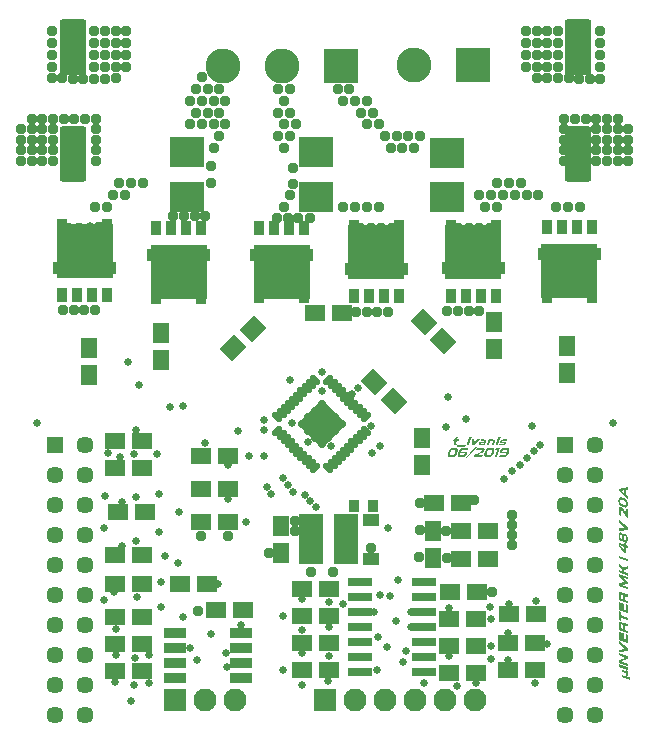
<source format=gts>
G04 Layer_Color=8388736*
%FSLAX25Y25*%
%MOIN*%
G70*
G01*
G75*
%ADD68C,0.01969*%
%ADD69R,0.06800X0.05800*%
%ADD70R,0.03556X0.03950*%
%ADD71R,0.05800X0.06800*%
G04:AMPARAMS|DCode=72|XSize=86.74mil|YSize=185.17mil|CornerRadius=7.94mil|HoleSize=0mil|Usage=FLASHONLY|Rotation=180.000|XOffset=0mil|YOffset=0mil|HoleType=Round|Shape=RoundedRectangle|*
%AMROUNDEDRECTD72*
21,1,0.08674,0.16929,0,0,180.0*
21,1,0.07087,0.18517,0,0,180.0*
1,1,0.01587,-0.03543,0.08465*
1,1,0.01587,0.03543,0.08465*
1,1,0.01587,0.03543,-0.08465*
1,1,0.01587,-0.03543,-0.08465*
%
%ADD72ROUNDEDRECTD72*%
%ADD73R,0.11233X0.10249*%
%ADD74R,0.03753X0.04737*%
%ADD75R,0.18753X0.17926*%
%ADD76R,0.02749X0.04343*%
G04:AMPARAMS|DCode=77|XSize=68mil|YSize=58mil|CornerRadius=0mil|HoleSize=0mil|Usage=FLASHONLY|Rotation=135.000|XOffset=0mil|YOffset=0mil|HoleType=Round|Shape=Rectangle|*
%AMROTATEDRECTD77*
4,1,4,0.04455,-0.00354,0.00354,-0.04455,-0.04455,0.00354,-0.00354,0.04455,0.04455,-0.00354,0.0*
%
%ADD77ROTATEDRECTD77*%

G04:AMPARAMS|DCode=78|XSize=68mil|YSize=58mil|CornerRadius=0mil|HoleSize=0mil|Usage=FLASHONLY|Rotation=45.000|XOffset=0mil|YOffset=0mil|HoleType=Round|Shape=Rectangle|*
%AMROTATEDRECTD78*
4,1,4,-0.00354,-0.04455,-0.04455,-0.00354,0.00354,0.04455,0.04455,0.00354,-0.00354,-0.04455,0.0*
%
%ADD78ROTATEDRECTD78*%

G04:AMPARAMS|DCode=79|XSize=116.27mil|YSize=116.27mil|CornerRadius=9.41mil|HoleSize=0mil|Usage=FLASHONLY|Rotation=225.000|XOffset=0mil|YOffset=0mil|HoleType=Round|Shape=RoundedRectangle|*
%AMROUNDEDRECTD79*
21,1,0.11627,0.09744,0,0,225.0*
21,1,0.09744,0.11627,0,0,225.0*
1,1,0.01883,-0.06890,0.00000*
1,1,0.01883,0.00000,0.06890*
1,1,0.01883,0.06890,0.00000*
1,1,0.01883,0.00000,-0.06890*
%
%ADD79ROUNDEDRECTD79*%
G04:AMPARAMS|DCode=80|XSize=19.81mil|YSize=41.47mil|CornerRadius=6.95mil|HoleSize=0mil|Usage=FLASHONLY|Rotation=225.000|XOffset=0mil|YOffset=0mil|HoleType=Round|Shape=RoundedRectangle|*
%AMROUNDEDRECTD80*
21,1,0.01981,0.02756,0,0,225.0*
21,1,0.00591,0.04147,0,0,225.0*
1,1,0.01391,-0.01183,0.00766*
1,1,0.01391,-0.00766,0.01183*
1,1,0.01391,0.01183,-0.00766*
1,1,0.01391,0.00766,-0.01183*
%
%ADD80ROUNDEDRECTD80*%
G04:AMPARAMS|DCode=81|XSize=19.81mil|YSize=41.47mil|CornerRadius=6.95mil|HoleSize=0mil|Usage=FLASHONLY|Rotation=315.000|XOffset=0mil|YOffset=0mil|HoleType=Round|Shape=RoundedRectangle|*
%AMROUNDEDRECTD81*
21,1,0.01981,0.02756,0,0,315.0*
21,1,0.00591,0.04147,0,0,315.0*
1,1,0.01391,-0.00766,-0.01183*
1,1,0.01391,-0.01183,-0.00766*
1,1,0.01391,0.00766,0.01183*
1,1,0.01391,0.01183,0.00766*
%
%ADD81ROUNDEDRECTD81*%
%ADD82R,0.05600X0.04400*%
%ADD83R,0.07887X0.16548*%
%ADD84R,0.07690X0.03359*%
%ADD85R,0.07887X0.03162*%
%ADD86C,0.05721*%
%ADD87R,0.05721X0.05721*%
%ADD88R,0.07690X0.07690*%
%ADD89C,0.07690*%
%ADD90R,0.11627X0.11627*%
%ADD91C,0.11627*%
%ADD92C,0.03753*%
%ADD93C,0.02572*%
%ADD94C,0.02769*%
G36*
X193459Y66788D02*
X193527Y66779D01*
X193609Y66761D01*
X193700Y66734D01*
X193705D01*
X193709Y66729D01*
X193723Y66725D01*
X193741Y66720D01*
X193782Y66702D01*
X193837Y66679D01*
X193896Y66652D01*
X193960Y66615D01*
X194023Y66579D01*
X194082Y66533D01*
X194087Y66529D01*
X194105Y66511D01*
X194133Y66488D01*
X194164Y66456D01*
X194205Y66415D01*
X194242Y66370D01*
X194283Y66320D01*
X194319Y66265D01*
X194324Y66270D01*
X194333Y66283D01*
X194355Y66301D01*
X194383Y66324D01*
X194419Y66351D01*
X194460Y66374D01*
X194510Y66397D01*
X194565Y66411D01*
X194574D01*
X194592Y66415D01*
X194629Y66420D01*
X194679D01*
X194742Y66415D01*
X194815Y66401D01*
X194902Y66383D01*
X195002Y66356D01*
X195006D01*
X195015Y66351D01*
X195029Y66347D01*
X195047Y66338D01*
X195097Y66320D01*
X195156Y66292D01*
X195229Y66256D01*
X195302Y66215D01*
X195375Y66165D01*
X195443Y66115D01*
X195452Y66110D01*
X195470Y66088D01*
X195502Y66060D01*
X195538Y66019D01*
X195580Y65969D01*
X195625Y65915D01*
X195666Y65851D01*
X195707Y65783D01*
X195711Y65774D01*
X195721Y65751D01*
X195739Y65715D01*
X195757Y65664D01*
X195780Y65601D01*
X195798Y65532D01*
X195816Y65455D01*
X195834Y65373D01*
Y65369D01*
Y65364D01*
X195839Y65351D01*
Y65332D01*
X195843Y65287D01*
X195848Y65228D01*
X195857Y65155D01*
X195862Y65078D01*
X195866Y64986D01*
Y64895D01*
Y64268D01*
Y64263D01*
Y64258D01*
Y64245D01*
Y64227D01*
Y64177D01*
X195862Y64113D01*
X195857Y64045D01*
X195852Y63967D01*
X195843Y63885D01*
X195834Y63808D01*
Y63799D01*
X195825Y63776D01*
X195816Y63740D01*
X195802Y63694D01*
X195789Y63640D01*
X195766Y63590D01*
X195739Y63535D01*
X195707Y63485D01*
X195702Y63480D01*
X195689Y63467D01*
X195666Y63444D01*
X195639Y63421D01*
X195602Y63398D01*
X195557Y63371D01*
X195502Y63349D01*
X195443Y63335D01*
X195434D01*
X195411Y63330D01*
X195375D01*
X195325Y63335D01*
X195261Y63339D01*
X195184Y63349D01*
X195097Y63371D01*
X195002Y63398D01*
X194997D01*
X194988Y63403D01*
X194974Y63408D01*
X194956Y63417D01*
X194906Y63435D01*
X194842Y63462D01*
X194774Y63494D01*
X194701Y63535D01*
X194629Y63581D01*
X194565Y63631D01*
X194556Y63635D01*
X194537Y63653D01*
X194510Y63685D01*
X194474Y63722D01*
X194433Y63772D01*
X194392Y63822D01*
X194355Y63881D01*
X194319Y63945D01*
X194315Y63940D01*
X194301Y63931D01*
X194283Y63913D01*
X194255Y63899D01*
X194219Y63876D01*
X194183Y63858D01*
X194133Y63844D01*
X194082Y63835D01*
X194023D01*
X193978Y63840D01*
X193923Y63844D01*
X193860Y63858D01*
X193787Y63876D01*
X193700Y63899D01*
X193696D01*
X193687Y63904D01*
X193678Y63908D01*
X193659Y63913D01*
X193609Y63935D01*
X193555Y63958D01*
X193486Y63990D01*
X193418Y64031D01*
X193350Y64072D01*
X193286Y64122D01*
X193277Y64126D01*
X193259Y64145D01*
X193232Y64177D01*
X193191Y64213D01*
X193150Y64263D01*
X193109Y64318D01*
X193068Y64377D01*
X193032Y64441D01*
X193027Y64450D01*
X193018Y64472D01*
X193000Y64509D01*
X192981Y64559D01*
X192963Y64618D01*
X192940Y64686D01*
X192922Y64759D01*
X192909Y64836D01*
Y64841D01*
Y64845D01*
X192904Y64873D01*
X192900Y64918D01*
X192890Y64973D01*
X192886Y65041D01*
X192881Y65114D01*
X192877Y65196D01*
Y65282D01*
Y65915D01*
Y65919D01*
Y65924D01*
Y65937D01*
Y65956D01*
Y65997D01*
X192881Y66056D01*
X192886Y66119D01*
X192890Y66188D01*
X192909Y66333D01*
Y66342D01*
X192913Y66365D01*
X192922Y66401D01*
X192936Y66443D01*
X192954Y66492D01*
X192972Y66543D01*
X193000Y66597D01*
X193032Y66643D01*
X193036Y66647D01*
X193050Y66661D01*
X193068Y66684D01*
X193095Y66706D01*
X193132Y66729D01*
X193177Y66756D01*
X193227Y66775D01*
X193286Y66788D01*
X193295D01*
X193314Y66793D01*
X193395D01*
X193459Y66788D01*
D02*
G37*
G36*
X195866Y68567D02*
Y67698D01*
X192877Y67261D01*
Y68144D01*
X195061Y68404D01*
X192877Y70169D01*
Y71061D01*
X195866Y68567D01*
D02*
G37*
G36*
X194619Y62802D02*
Y63289D01*
X195193Y63098D01*
Y62611D01*
X195866Y62379D01*
Y61638D01*
X195193Y61870D01*
Y59854D01*
X194669Y60031D01*
X192877Y62334D01*
Y63398D01*
X194619Y62802D01*
D02*
G37*
G36*
X194315Y54958D02*
X195866Y55472D01*
Y54581D01*
X194647Y54153D01*
Y53634D01*
X195866Y53220D01*
Y52419D01*
X192877Y53434D01*
Y54239D01*
X194087Y53825D01*
Y54344D01*
X192877Y55609D01*
Y56455D01*
X194315Y54958D01*
D02*
G37*
G36*
X195866Y57934D02*
Y57133D01*
X192877Y58148D01*
Y58953D01*
X195866Y57934D01*
D02*
G37*
G36*
X142502Y91479D02*
X141928D01*
X144927Y95337D01*
X145509D01*
X142502Y91479D01*
D02*
G37*
G36*
X138225Y94973D02*
X138270D01*
X138325Y94968D01*
X138379D01*
X138498Y94955D01*
X138625Y94941D01*
X138743Y94919D01*
X138798Y94905D01*
X138853Y94891D01*
X138857D01*
X138866Y94887D01*
X138880Y94882D01*
X138898Y94877D01*
X138944Y94855D01*
X138998Y94828D01*
X139062Y94791D01*
X139126Y94746D01*
X139180Y94686D01*
X139226Y94623D01*
X139230Y94614D01*
X139239Y94591D01*
X139258Y94550D01*
X139271Y94491D01*
X139285Y94423D01*
X139294Y94341D01*
Y94245D01*
X139285Y94140D01*
Y94136D01*
Y94127D01*
X139280Y94109D01*
X139276Y94086D01*
X139271Y94059D01*
X139267Y94027D01*
X139258Y93986D01*
X139248Y93940D01*
X139235Y93890D01*
X139221Y93836D01*
X139189Y93713D01*
X139153Y93576D01*
X139103Y93422D01*
Y93417D01*
X139098Y93403D01*
X139089Y93381D01*
X139076Y93349D01*
X139066Y93312D01*
X139048Y93271D01*
X139030Y93221D01*
X139012Y93171D01*
X138966Y93058D01*
X138912Y92935D01*
X138857Y92816D01*
X138798Y92698D01*
Y92694D01*
X138789Y92684D01*
X138780Y92671D01*
X138771Y92648D01*
X138734Y92598D01*
X138689Y92530D01*
X138634Y92452D01*
X138566Y92375D01*
X138488Y92293D01*
X138407Y92220D01*
X138402D01*
X138398Y92211D01*
X138384Y92202D01*
X138366Y92189D01*
X138343Y92175D01*
X138316Y92157D01*
X138252Y92116D01*
X138170Y92075D01*
X138075Y92029D01*
X137965Y91988D01*
X137847Y91952D01*
X137842D01*
X137833Y91947D01*
X137815Y91943D01*
X137788Y91938D01*
X137756Y91934D01*
X137720Y91925D01*
X137674Y91920D01*
X137629Y91911D01*
X137569Y91902D01*
X137510Y91897D01*
X137447Y91888D01*
X137374Y91884D01*
X137219Y91874D01*
X137051Y91870D01*
X136973D01*
X136932Y91874D01*
X136887D01*
X136832Y91879D01*
X136778D01*
X136659Y91888D01*
X136537Y91906D01*
X136414Y91925D01*
X136359Y91938D01*
X136304Y91952D01*
X136300D01*
X136291Y91956D01*
X136277Y91961D01*
X136259Y91966D01*
X136214Y91988D01*
X136159Y92016D01*
X136095Y92052D01*
X136036Y92102D01*
X135977Y92157D01*
X135931Y92220D01*
X135927Y92229D01*
X135918Y92252D01*
X135900Y92293D01*
X135886Y92352D01*
X135872Y92421D01*
X135859Y92502D01*
Y92593D01*
X135868Y92698D01*
Y92703D01*
Y92712D01*
X135872Y92730D01*
X135877Y92753D01*
X135881Y92780D01*
X135890Y92816D01*
X135895Y92853D01*
X135904Y92898D01*
X135918Y92948D01*
X135931Y93003D01*
X135963Y93130D01*
X136000Y93267D01*
X136050Y93422D01*
Y93426D01*
X136054Y93440D01*
X136063Y93463D01*
X136077Y93494D01*
X136091Y93531D01*
X136104Y93572D01*
X136123Y93617D01*
X136141Y93672D01*
X136186Y93781D01*
X136241Y93904D01*
X136295Y94027D01*
X136355Y94140D01*
Y94145D01*
X136364Y94154D01*
X136373Y94168D01*
X136382Y94191D01*
X136400Y94213D01*
X136418Y94245D01*
X136464Y94313D01*
X136518Y94386D01*
X136587Y94468D01*
X136664Y94550D01*
X136746Y94623D01*
X136750D01*
X136755Y94632D01*
X136769Y94641D01*
X136787Y94655D01*
X136810Y94668D01*
X136837Y94686D01*
X136905Y94727D01*
X136983Y94768D01*
X137078Y94814D01*
X137187Y94855D01*
X137305Y94891D01*
X137310D01*
X137319Y94896D01*
X137337Y94900D01*
X137365Y94905D01*
X137397Y94909D01*
X137433Y94919D01*
X137478Y94928D01*
X137529Y94937D01*
X137583Y94941D01*
X137647Y94950D01*
X137710Y94959D01*
X137783Y94964D01*
X137938Y94973D01*
X138106Y94978D01*
X138184D01*
X138225Y94973D01*
D02*
G37*
G36*
X195866Y81002D02*
X195288Y80925D01*
Y79319D01*
X195866Y78846D01*
Y78013D01*
X192877Y80493D01*
Y81362D01*
X195866Y81812D01*
Y81002D01*
D02*
G37*
G36*
X193427Y75274D02*
X193482Y75265D01*
X193546Y75256D01*
X193618Y75238D01*
X193700Y75210D01*
X193709Y75206D01*
X193728Y75201D01*
X193764Y75188D01*
X193805Y75169D01*
X193851Y75151D01*
X193905Y75124D01*
X194010Y75065D01*
X194014Y75060D01*
X194033Y75051D01*
X194055Y75033D01*
X194087Y75010D01*
X194128Y74978D01*
X194169Y74946D01*
X194251Y74865D01*
X194255Y74860D01*
X194269Y74842D01*
X194292Y74819D01*
X194319Y74787D01*
X194351Y74746D01*
X194383Y74696D01*
X194419Y74646D01*
X194456Y74587D01*
X194460Y74578D01*
X194474Y74560D01*
X194492Y74528D01*
X194515Y74482D01*
X194542Y74428D01*
X194579Y74364D01*
X194610Y74296D01*
X194647Y74218D01*
X195238Y72953D01*
Y74673D01*
X195866Y74460D01*
Y71588D01*
X195206Y71816D01*
X194078Y74109D01*
X194073Y74114D01*
X194064Y74132D01*
X194051Y74159D01*
X194033Y74187D01*
X193991Y74259D01*
X193964Y74291D01*
X193937Y74318D01*
X193932Y74323D01*
X193923Y74332D01*
X193905Y74341D01*
X193887Y74360D01*
X193832Y74391D01*
X193764Y74423D01*
X193760D01*
X193741Y74428D01*
X193719Y74437D01*
X193691Y74441D01*
X193632D01*
X193605Y74432D01*
X193582Y74419D01*
X193578D01*
X193573Y74410D01*
X193564Y74396D01*
X193555Y74382D01*
X193546Y74355D01*
X193536Y74328D01*
X193527Y74291D01*
Y74246D01*
Y72371D01*
X192877Y72594D01*
Y74614D01*
Y74619D01*
Y74623D01*
Y74646D01*
Y74682D01*
X192881Y74733D01*
X192886Y74783D01*
X192895Y74842D01*
X192909Y74901D01*
X192922Y74955D01*
Y74960D01*
X192931Y74978D01*
X192940Y75006D01*
X192954Y75042D01*
X192972Y75078D01*
X193000Y75115D01*
X193027Y75156D01*
X193063Y75188D01*
X193068Y75192D01*
X193081Y75201D01*
X193104Y75215D01*
X193132Y75229D01*
X193173Y75247D01*
X193213Y75260D01*
X193263Y75274D01*
X193323Y75279D01*
X193382D01*
X193427Y75274D01*
D02*
G37*
G36*
X193655Y78509D02*
X193668D01*
X193687Y78505D01*
X193709Y78500D01*
X193737Y78495D01*
X193769Y78491D01*
X193809Y78482D01*
X193855Y78473D01*
X193905Y78459D01*
X193960Y78445D01*
X194082Y78413D01*
X194219Y78377D01*
X194374Y78327D01*
X194378D01*
X194392Y78322D01*
X194415Y78313D01*
X194447Y78300D01*
X194483Y78291D01*
X194524Y78272D01*
X194574Y78254D01*
X194624Y78236D01*
X194738Y78191D01*
X194861Y78136D01*
X194979Y78081D01*
X195097Y78022D01*
X195102D01*
X195111Y78013D01*
X195124Y78004D01*
X195147Y77995D01*
X195197Y77959D01*
X195265Y77913D01*
X195343Y77858D01*
X195420Y77790D01*
X195502Y77713D01*
X195575Y77631D01*
Y77626D01*
X195584Y77622D01*
X195593Y77608D01*
X195607Y77590D01*
X195620Y77567D01*
X195639Y77540D01*
X195680Y77476D01*
X195721Y77394D01*
X195766Y77299D01*
X195807Y77190D01*
X195843Y77071D01*
Y77067D01*
X195848Y77058D01*
X195852Y77039D01*
X195857Y77012D01*
X195862Y76980D01*
X195871Y76944D01*
X195875Y76898D01*
X195884Y76853D01*
X195893Y76794D01*
X195898Y76735D01*
X195907Y76671D01*
X195912Y76598D01*
X195921Y76443D01*
X195925Y76275D01*
Y76271D01*
Y76252D01*
Y76230D01*
Y76198D01*
X195921Y76157D01*
Y76111D01*
X195916Y76057D01*
Y76002D01*
X195907Y75884D01*
X195889Y75761D01*
X195871Y75638D01*
X195857Y75583D01*
X195843Y75529D01*
Y75524D01*
X195839Y75515D01*
X195834Y75502D01*
X195830Y75483D01*
X195807Y75438D01*
X195780Y75383D01*
X195743Y75319D01*
X195693Y75260D01*
X195639Y75201D01*
X195575Y75156D01*
X195566Y75151D01*
X195543Y75142D01*
X195502Y75124D01*
X195443Y75110D01*
X195375Y75097D01*
X195293Y75083D01*
X195202D01*
X195097Y75092D01*
X195083D01*
X195065Y75097D01*
X195043Y75101D01*
X195015Y75106D01*
X194979Y75115D01*
X194942Y75119D01*
X194897Y75128D01*
X194847Y75142D01*
X194792Y75156D01*
X194665Y75188D01*
X194528Y75224D01*
X194374Y75274D01*
X194369D01*
X194355Y75279D01*
X194333Y75288D01*
X194301Y75301D01*
X194264Y75315D01*
X194224Y75329D01*
X194178Y75347D01*
X194123Y75365D01*
X194014Y75410D01*
X193891Y75465D01*
X193769Y75520D01*
X193655Y75579D01*
X193650D01*
X193641Y75588D01*
X193628Y75597D01*
X193605Y75606D01*
X193582Y75624D01*
X193550Y75643D01*
X193482Y75688D01*
X193409Y75743D01*
X193327Y75811D01*
X193245Y75888D01*
X193173Y75970D01*
Y75975D01*
X193163Y75979D01*
X193154Y75993D01*
X193141Y76011D01*
X193127Y76034D01*
X193109Y76061D01*
X193068Y76129D01*
X193027Y76207D01*
X192981Y76302D01*
X192940Y76411D01*
X192904Y76530D01*
Y76534D01*
X192900Y76543D01*
X192895Y76562D01*
X192890Y76589D01*
X192886Y76621D01*
X192877Y76657D01*
X192868Y76703D01*
X192859Y76753D01*
X192854Y76807D01*
X192845Y76871D01*
X192836Y76935D01*
X192831Y77008D01*
X192822Y77162D01*
X192818Y77331D01*
Y77335D01*
Y77353D01*
Y77376D01*
Y77408D01*
X192822Y77449D01*
Y77494D01*
X192827Y77549D01*
Y77604D01*
X192840Y77722D01*
X192854Y77849D01*
X192877Y77968D01*
X192890Y78022D01*
X192904Y78077D01*
Y78081D01*
X192909Y78091D01*
X192913Y78104D01*
X192918Y78122D01*
X192940Y78168D01*
X192968Y78222D01*
X193004Y78286D01*
X193050Y78350D01*
X193109Y78404D01*
X193173Y78450D01*
X193182Y78455D01*
X193204Y78464D01*
X193245Y78482D01*
X193305Y78495D01*
X193373Y78509D01*
X193455Y78518D01*
X193550D01*
X193655Y78509D01*
D02*
G37*
G36*
X195866Y28150D02*
Y27281D01*
X192877Y26844D01*
Y27727D01*
X195061Y27986D01*
X192877Y29751D01*
Y30643D01*
X195866Y28150D01*
D02*
G37*
G36*
X193523Y33500D02*
Y31539D01*
X194082Y31348D01*
Y33305D01*
X194660Y33109D01*
Y31153D01*
X195220Y30962D01*
Y32932D01*
X195866Y32713D01*
Y29942D01*
X192877Y30957D01*
Y33723D01*
X193523Y33500D01*
D02*
G37*
G36*
X195866Y25511D02*
Y24537D01*
X193819Y23773D01*
X195866Y23081D01*
Y22335D01*
X192877Y23349D01*
Y24300D01*
X194997Y25065D01*
X192877Y25788D01*
Y26530D01*
X195866Y25511D01*
D02*
G37*
G36*
X195347Y20569D02*
Y20801D01*
X195866Y20624D01*
Y19154D01*
Y19150D01*
Y19132D01*
Y19109D01*
Y19077D01*
X195862Y19041D01*
Y19000D01*
X195852Y18918D01*
Y18913D01*
X195848Y18900D01*
Y18881D01*
X195843Y18859D01*
X195830Y18795D01*
X195816Y18727D01*
X196717Y18449D01*
Y17717D01*
X193973Y18649D01*
Y19386D01*
X194992Y19036D01*
X194997D01*
X195015Y19031D01*
X195038Y19022D01*
X195070Y19018D01*
X195138D01*
X195175Y19022D01*
X195206Y19036D01*
X195211Y19041D01*
X195215Y19050D01*
X195229Y19063D01*
X195243Y19091D01*
X195256Y19123D01*
X195265Y19173D01*
X195275Y19232D01*
X195279Y19305D01*
Y19855D01*
X193973Y20296D01*
Y21034D01*
X195347Y20569D01*
D02*
G37*
G36*
X195866Y21775D02*
Y20974D01*
X192877Y21989D01*
Y22794D01*
X195866Y21775D01*
D02*
G37*
G36*
X193527Y46882D02*
X193609Y46873D01*
X193705Y46850D01*
X193809Y46818D01*
X193814D01*
X193819Y46814D01*
X193832Y46809D01*
X193851Y46800D01*
X193901Y46782D01*
X193960Y46755D01*
X194028Y46723D01*
X194096Y46686D01*
X194169Y46641D01*
X194237Y46595D01*
X194246Y46591D01*
X194264Y46573D01*
X194296Y46545D01*
X194337Y46509D01*
X194383Y46463D01*
X194428Y46413D01*
X194474Y46359D01*
X194515Y46300D01*
X194519Y46304D01*
X194528Y46318D01*
X194547Y46336D01*
X194565Y46363D01*
X194597Y46386D01*
X194629Y46413D01*
X194669Y46432D01*
X194715Y46450D01*
X194720D01*
X194738Y46454D01*
X194765Y46459D01*
X194847D01*
X194906Y46450D01*
X194970Y46441D01*
X195043Y46418D01*
X195866Y46136D01*
Y45335D01*
X195129Y45585D01*
X195124D01*
X195106Y45594D01*
X195083Y45599D01*
X195052Y45603D01*
X195020Y45608D01*
X194988Y45613D01*
X194956Y45608D01*
X194933Y45594D01*
X194929D01*
X194924Y45585D01*
X194915Y45572D01*
X194906Y45549D01*
X194897Y45522D01*
X194888Y45481D01*
X194879Y45426D01*
Y45362D01*
Y44234D01*
X195866Y43897D01*
Y43096D01*
X192877Y44111D01*
Y45986D01*
Y45990D01*
Y45995D01*
Y46008D01*
Y46027D01*
Y46068D01*
X192881Y46122D01*
X192886Y46190D01*
X192890Y46259D01*
X192913Y46409D01*
Y46413D01*
Y46418D01*
X192918Y46441D01*
X192927Y46477D01*
X192940Y46523D01*
X192959Y46573D01*
X192981Y46627D01*
X193009Y46677D01*
X193045Y46727D01*
X193050Y46732D01*
X193063Y46750D01*
X193086Y46768D01*
X193118Y46796D01*
X193159Y46823D01*
X193209Y46850D01*
X193263Y46873D01*
X193332Y46887D01*
X193341D01*
X193364Y46891D01*
X193459D01*
X193527Y46882D01*
D02*
G37*
G36*
X195866Y51864D02*
Y51132D01*
X193891Y51801D01*
X195866Y50308D01*
Y49521D01*
X193882Y49380D01*
X195866Y48707D01*
Y47974D01*
X192877Y48989D01*
Y50058D01*
X195011Y50204D01*
X192877Y51828D01*
Y52879D01*
X195866Y51864D01*
D02*
G37*
G36*
X193523Y43383D02*
Y41422D01*
X194082Y41231D01*
Y43187D01*
X194660Y42992D01*
Y41035D01*
X195220Y40844D01*
Y42814D01*
X195866Y42596D01*
Y39825D01*
X192877Y40840D01*
Y43606D01*
X193523Y43383D01*
D02*
G37*
G36*
X193527Y36999D02*
X193609Y36990D01*
X193705Y36968D01*
X193809Y36936D01*
X193814D01*
X193819Y36931D01*
X193832Y36927D01*
X193851Y36917D01*
X193901Y36899D01*
X193960Y36872D01*
X194028Y36840D01*
X194096Y36804D01*
X194169Y36758D01*
X194237Y36713D01*
X194246Y36708D01*
X194264Y36690D01*
X194296Y36663D01*
X194337Y36626D01*
X194383Y36581D01*
X194428Y36531D01*
X194474Y36476D01*
X194515Y36417D01*
X194519Y36422D01*
X194528Y36435D01*
X194547Y36453D01*
X194565Y36481D01*
X194597Y36503D01*
X194629Y36531D01*
X194669Y36549D01*
X194715Y36567D01*
X194720D01*
X194738Y36572D01*
X194765Y36576D01*
X194847D01*
X194906Y36567D01*
X194970Y36558D01*
X195043Y36535D01*
X195866Y36253D01*
Y35452D01*
X195129Y35703D01*
X195124D01*
X195106Y35712D01*
X195083Y35716D01*
X195052Y35721D01*
X195020Y35725D01*
X194988Y35730D01*
X194956Y35725D01*
X194933Y35712D01*
X194929D01*
X194924Y35703D01*
X194915Y35689D01*
X194906Y35666D01*
X194897Y35639D01*
X194888Y35598D01*
X194879Y35543D01*
Y35480D01*
Y34351D01*
X195866Y34015D01*
Y33214D01*
X192877Y34229D01*
Y36103D01*
Y36108D01*
Y36112D01*
Y36126D01*
Y36144D01*
Y36185D01*
X192881Y36240D01*
X192886Y36308D01*
X192890Y36376D01*
X192913Y36526D01*
Y36531D01*
Y36535D01*
X192918Y36558D01*
X192927Y36595D01*
X192940Y36640D01*
X192959Y36690D01*
X192981Y36745D01*
X193009Y36795D01*
X193045Y36845D01*
X193050Y36849D01*
X193063Y36867D01*
X193086Y36886D01*
X193118Y36913D01*
X193159Y36940D01*
X193209Y36968D01*
X193263Y36990D01*
X193332Y37004D01*
X193341D01*
X193364Y37009D01*
X193459D01*
X193527Y36999D01*
D02*
G37*
G36*
X193523Y40280D02*
Y39220D01*
X195866Y38419D01*
Y37618D01*
X193523Y38414D01*
Y37354D01*
X192877Y37573D01*
Y40498D01*
X193523Y40280D01*
D02*
G37*
G36*
X139047Y97759D02*
X139688D01*
X139520Y97263D01*
X138878D01*
X138642Y96567D01*
Y96562D01*
X138637Y96553D01*
X138633Y96535D01*
Y96512D01*
Y96490D01*
Y96467D01*
X138642Y96444D01*
X138655Y96426D01*
X138660D01*
X138664Y96421D01*
X138678Y96412D01*
X138701Y96408D01*
X138728Y96399D01*
X138764Y96389D01*
X138805Y96385D01*
X139137D01*
X138960Y95866D01*
X138505D01*
X138446Y95871D01*
X138378Y95875D01*
X138309Y95880D01*
X138237Y95889D01*
X138173Y95898D01*
X138164D01*
X138146Y95907D01*
X138118Y95912D01*
X138082Y95925D01*
X138000Y95962D01*
X137959Y95980D01*
X137923Y96007D01*
X137918Y96012D01*
X137909Y96021D01*
X137895Y96039D01*
X137882Y96062D01*
X137864Y96089D01*
X137850Y96126D01*
X137836Y96162D01*
X137832Y96207D01*
Y96212D01*
Y96230D01*
Y96257D01*
X137836Y96289D01*
X137845Y96335D01*
X137854Y96385D01*
X137868Y96444D01*
X137886Y96508D01*
X138146Y97263D01*
X137795D01*
X137964Y97759D01*
X138314D01*
X138541Y98432D01*
X139274D01*
X139047Y97759D01*
D02*
G37*
G36*
X155527Y97304D02*
X154280D01*
X154262Y97299D01*
X154216Y97290D01*
X154171Y97272D01*
X154162Y97268D01*
X154143Y97249D01*
X154116Y97213D01*
X154103Y97190D01*
X154093Y97163D01*
Y97158D01*
X154089Y97149D01*
X154084Y97136D01*
Y97117D01*
Y97076D01*
Y97058D01*
X154093Y97045D01*
X154098Y97040D01*
X154121Y97031D01*
X154134Y97022D01*
X154157Y97017D01*
X154180Y97013D01*
X154894D01*
X154940Y97008D01*
X154990Y97004D01*
X155044Y96999D01*
X155094Y96990D01*
X155140Y96976D01*
X155144D01*
X155158Y96972D01*
X155181Y96963D01*
X155204Y96949D01*
X155263Y96917D01*
X155286Y96894D01*
X155308Y96867D01*
X155313Y96863D01*
X155317Y96854D01*
X155326Y96840D01*
X155335Y96822D01*
X155345Y96794D01*
X155354Y96763D01*
X155358Y96731D01*
Y96690D01*
Y96685D01*
Y96671D01*
X155354Y96649D01*
X155349Y96622D01*
X155345Y96580D01*
X155335Y96539D01*
X155322Y96494D01*
X155308Y96439D01*
Y96435D01*
X155299Y96417D01*
X155290Y96389D01*
X155276Y96358D01*
X155258Y96317D01*
X155235Y96276D01*
X155190Y96189D01*
X155185Y96185D01*
X155176Y96171D01*
X155163Y96153D01*
X155144Y96130D01*
X155117Y96098D01*
X155090Y96071D01*
X155022Y96012D01*
X155017Y96007D01*
X155003Y95998D01*
X154981Y95989D01*
X154953Y95971D01*
X154917Y95953D01*
X154876Y95934D01*
X154831Y95916D01*
X154776Y95903D01*
X154771D01*
X154753Y95898D01*
X154721Y95893D01*
X154680Y95884D01*
X154630Y95880D01*
X154576Y95871D01*
X154512Y95866D01*
X152997D01*
X153156Y96326D01*
X154453D01*
X154471Y96330D01*
X154521Y96339D01*
X154562Y96362D01*
X154567D01*
X154571Y96371D01*
X154594Y96389D01*
X154621Y96426D01*
X154644Y96480D01*
Y96485D01*
X154648Y96494D01*
X154653Y96508D01*
Y96526D01*
X154658Y96562D01*
X154653Y96580D01*
X154644Y96594D01*
X154639Y96599D01*
X154630Y96608D01*
X154621Y96612D01*
X154603Y96622D01*
X154585Y96626D01*
X154558Y96631D01*
X153839D01*
X153793Y96635D01*
X153743Y96640D01*
X153693Y96644D01*
X153638Y96653D01*
X153593Y96662D01*
X153588D01*
X153575Y96671D01*
X153552Y96676D01*
X153529Y96690D01*
X153475Y96722D01*
X153447Y96744D01*
X153425Y96767D01*
Y96772D01*
X153415Y96781D01*
X153411Y96794D01*
X153402Y96817D01*
X153393Y96844D01*
X153384Y96872D01*
X153379Y96908D01*
Y96944D01*
Y96949D01*
Y96963D01*
X153384Y96986D01*
X153388Y97017D01*
X153393Y97054D01*
X153402Y97099D01*
X153415Y97145D01*
X153429Y97199D01*
X153434Y97204D01*
X153438Y97222D01*
X153447Y97249D01*
X153461Y97281D01*
X153479Y97322D01*
X153497Y97359D01*
X153543Y97440D01*
X153547Y97445D01*
X153557Y97459D01*
X153570Y97477D01*
X153588Y97504D01*
X153616Y97531D01*
X153643Y97559D01*
X153711Y97618D01*
X153716Y97623D01*
X153729Y97632D01*
X153752Y97641D01*
X153779Y97659D01*
X153816Y97677D01*
X153857Y97691D01*
X153902Y97709D01*
X153952Y97723D01*
X153957D01*
X153980Y97727D01*
X154007Y97736D01*
X154048Y97741D01*
X154098Y97750D01*
X154157Y97754D01*
X154221Y97759D01*
X155681D01*
X155527Y97304D01*
D02*
G37*
G36*
X142919Y95866D02*
X142182D01*
X142828Y97759D01*
X143565D01*
X142919Y95866D01*
D02*
G37*
G36*
X152592D02*
X151855D01*
X152501Y97759D01*
X153238D01*
X152592Y95866D01*
D02*
G37*
G36*
X141763Y95375D02*
X138965D01*
X139115Y95825D01*
X141918D01*
X141763Y95375D01*
D02*
G37*
G36*
X148046Y97754D02*
X148128Y97750D01*
X148219Y97741D01*
X148306Y97727D01*
X148388Y97714D01*
X148397D01*
X148424Y97704D01*
X148460Y97695D01*
X148506Y97677D01*
X148556Y97659D01*
X148611Y97636D01*
X148656Y97604D01*
X148702Y97572D01*
X148706Y97568D01*
X148720Y97554D01*
X148733Y97536D01*
X148756Y97509D01*
X148774Y97477D01*
X148793Y97436D01*
X148806Y97386D01*
X148815Y97336D01*
Y97331D01*
Y97313D01*
Y97281D01*
X148811Y97240D01*
X148806Y97190D01*
X148793Y97131D01*
X148779Y97067D01*
X148756Y96995D01*
X148370Y95866D01*
X146731D01*
X146686Y95871D01*
X146636Y95875D01*
X146581Y95880D01*
X146531Y95889D01*
X146481Y95898D01*
X146477D01*
X146463Y95907D01*
X146440Y95912D01*
X146417Y95925D01*
X146363Y95957D01*
X146336Y95980D01*
X146313Y96003D01*
Y96007D01*
X146304Y96016D01*
X146295Y96030D01*
X146286Y96053D01*
X146276Y96080D01*
X146272Y96112D01*
X146267Y96148D01*
Y96189D01*
Y96194D01*
X146272Y96212D01*
Y96235D01*
X146281Y96267D01*
X146286Y96307D01*
X146299Y96358D01*
X146313Y96408D01*
X146331Y96467D01*
X146336Y96476D01*
X146340Y96494D01*
X146354Y96521D01*
X146368Y96558D01*
X146386Y96603D01*
X146404Y96644D01*
X146427Y96690D01*
X146449Y96731D01*
X146454Y96735D01*
X146463Y96749D01*
X146477Y96767D01*
X146495Y96790D01*
X146522Y96817D01*
X146549Y96844D01*
X146618Y96899D01*
X146622Y96904D01*
X146636Y96908D01*
X146659Y96922D01*
X146686Y96935D01*
X146718Y96949D01*
X146759Y96963D01*
X146804Y96976D01*
X146854Y96986D01*
X146859D01*
X146877Y96990D01*
X146909Y96995D01*
X146950Y96999D01*
X146995Y97004D01*
X147055Y97008D01*
X147118Y97013D01*
X148101D01*
X148106Y97031D01*
Y97035D01*
X148110Y97040D01*
X148115Y97067D01*
X148124Y97104D01*
Y97145D01*
Y97149D01*
Y97154D01*
X148119Y97172D01*
X148101Y97199D01*
X148092Y97213D01*
X148074Y97227D01*
X148065Y97231D01*
X148056Y97236D01*
X148037Y97245D01*
X148019Y97254D01*
X147992Y97259D01*
X147965Y97268D01*
X147928Y97272D01*
X147924D01*
X147910Y97277D01*
X147887D01*
X147860Y97281D01*
X147824D01*
X147778Y97286D01*
X146882D01*
X147041Y97759D01*
X147969D01*
X148046Y97754D01*
D02*
G37*
G36*
X151072D02*
X151149Y97750D01*
X151231Y97741D01*
X151313Y97727D01*
X151391Y97714D01*
X151400D01*
X151423Y97704D01*
X151459Y97695D01*
X151500Y97682D01*
X151595Y97636D01*
X151641Y97609D01*
X151682Y97577D01*
X151686Y97572D01*
X151696Y97559D01*
X151714Y97540D01*
X151732Y97513D01*
X151750Y97481D01*
X151768Y97440D01*
X151782Y97390D01*
X151786Y97340D01*
Y97336D01*
Y97313D01*
Y97286D01*
X151782Y97245D01*
X151777Y97195D01*
X151764Y97136D01*
X151750Y97072D01*
X151727Y96999D01*
X151341Y95866D01*
X150603D01*
X150958Y96908D01*
Y96913D01*
X150963Y96931D01*
X150972Y96958D01*
X150977Y96986D01*
Y97017D01*
X150972Y97054D01*
X150968Y97081D01*
X150949Y97108D01*
X150945Y97113D01*
X150940Y97117D01*
X150922Y97127D01*
X150899Y97140D01*
X150867Y97154D01*
X150822Y97163D01*
X150763Y97167D01*
X150695Y97172D01*
X150067D01*
X149621Y95866D01*
X148884D01*
X149530Y97759D01*
X150999D01*
X151072Y97754D01*
D02*
G37*
G36*
X144957Y95866D02*
X144147D01*
X143860Y97759D01*
X144616D01*
X144752Y96449D01*
X145790Y97759D01*
X146549D01*
X144957Y95866D01*
D02*
G37*
G36*
X153311Y98077D02*
X152628D01*
X152833Y98673D01*
X153511D01*
X153311Y98077D01*
D02*
G37*
G36*
X142520Y94291D02*
X140996D01*
X140964Y94286D01*
X140927D01*
X140886Y94282D01*
X140805Y94263D01*
X140800D01*
X140786Y94259D01*
X140768Y94254D01*
X140741Y94245D01*
X140677Y94218D01*
X140604Y94177D01*
X140600Y94172D01*
X140591Y94168D01*
X140572Y94154D01*
X140550Y94136D01*
X140522Y94109D01*
X140495Y94081D01*
X140463Y94049D01*
X140431Y94008D01*
X140427Y94004D01*
X140418Y93990D01*
X140404Y93967D01*
X140386Y93936D01*
X140363Y93899D01*
X140336Y93849D01*
X140313Y93799D01*
X140286Y93740D01*
X141628D01*
X141660Y93735D01*
X141701D01*
X141751Y93731D01*
X141856Y93713D01*
X141969Y93685D01*
X142083Y93649D01*
X142133Y93622D01*
X142179Y93594D01*
X142219Y93558D01*
X142256Y93522D01*
Y93517D01*
X142265Y93512D01*
X142270Y93499D01*
X142279Y93481D01*
X142288Y93458D01*
X142301Y93431D01*
X142311Y93399D01*
X142320Y93362D01*
X142329Y93321D01*
X142333Y93271D01*
X142338Y93221D01*
X142333Y93162D01*
X142329Y93098D01*
X142320Y93035D01*
X142301Y92962D01*
X142279Y92885D01*
X142274Y92875D01*
X142265Y92848D01*
X142251Y92807D01*
X142229Y92757D01*
X142201Y92698D01*
X142165Y92634D01*
X142129Y92566D01*
X142083Y92498D01*
X142078Y92489D01*
X142060Y92471D01*
X142037Y92439D01*
X142001Y92398D01*
X141956Y92348D01*
X141906Y92298D01*
X141846Y92248D01*
X141783Y92198D01*
X141774Y92193D01*
X141751Y92175D01*
X141715Y92152D01*
X141660Y92125D01*
X141601Y92093D01*
X141528Y92061D01*
X141446Y92029D01*
X141355Y91997D01*
X141350D01*
X141346Y91993D01*
X141332D01*
X141314Y91988D01*
X141287Y91984D01*
X141260Y91975D01*
X141191Y91966D01*
X141109Y91952D01*
X141014Y91938D01*
X140905Y91934D01*
X140791Y91929D01*
X140140D01*
X140108Y91934D01*
X140026Y91938D01*
X139931Y91943D01*
X139835Y91956D01*
X139735Y91970D01*
X139644Y91988D01*
X139640D01*
X139635Y91993D01*
X139608Y92002D01*
X139567Y92016D01*
X139517Y92038D01*
X139462Y92066D01*
X139403Y92107D01*
X139353Y92152D01*
X139307Y92207D01*
X139303Y92216D01*
X139294Y92238D01*
X139276Y92275D01*
X139258Y92325D01*
X139244Y92389D01*
X139230Y92466D01*
X139221Y92557D01*
X139226Y92662D01*
Y92666D01*
Y92675D01*
X139230Y92694D01*
X139235Y92716D01*
Y92744D01*
X139244Y92780D01*
X139248Y92821D01*
X139258Y92866D01*
X139271Y92917D01*
X139285Y92971D01*
X139298Y93035D01*
X139317Y93103D01*
X139335Y93171D01*
X139358Y93249D01*
X139412Y93412D01*
Y93417D01*
X139421Y93435D01*
X139430Y93458D01*
X139439Y93490D01*
X139453Y93531D01*
X139471Y93576D01*
X139489Y93626D01*
X139512Y93685D01*
X139562Y93804D01*
X139621Y93931D01*
X139681Y94054D01*
X139744Y94172D01*
Y94177D01*
X139753Y94186D01*
X139762Y94200D01*
X139776Y94222D01*
X139813Y94272D01*
X139863Y94341D01*
X139917Y94413D01*
X139986Y94491D01*
X140063Y94564D01*
X140140Y94632D01*
X140145D01*
X140149Y94641D01*
X140163Y94650D01*
X140177Y94659D01*
X140222Y94686D01*
X140281Y94723D01*
X140354Y94759D01*
X140436Y94800D01*
X140527Y94832D01*
X140627Y94859D01*
X140632D01*
X140641Y94864D01*
X140654D01*
X140673Y94868D01*
X140700Y94873D01*
X140732Y94877D01*
X140768Y94882D01*
X140805Y94891D01*
X140895Y94900D01*
X141005Y94909D01*
X141123Y94914D01*
X141250Y94919D01*
X142734D01*
X142520Y94291D01*
D02*
G37*
G36*
X150391Y94973D02*
X150437D01*
X150491Y94968D01*
X150546D01*
X150664Y94955D01*
X150792Y94941D01*
X150910Y94919D01*
X150965Y94905D01*
X151019Y94891D01*
X151024D01*
X151033Y94887D01*
X151047Y94882D01*
X151065Y94877D01*
X151110Y94855D01*
X151165Y94828D01*
X151228Y94791D01*
X151292Y94746D01*
X151347Y94686D01*
X151392Y94623D01*
X151397Y94614D01*
X151406Y94591D01*
X151424Y94550D01*
X151438Y94491D01*
X151452Y94423D01*
X151461Y94341D01*
Y94245D01*
X151452Y94140D01*
Y94136D01*
Y94127D01*
X151447Y94109D01*
X151442Y94086D01*
X151438Y94059D01*
X151433Y94027D01*
X151424Y93986D01*
X151415Y93940D01*
X151401Y93890D01*
X151388Y93836D01*
X151356Y93713D01*
X151320Y93576D01*
X151269Y93422D01*
Y93417D01*
X151265Y93403D01*
X151256Y93381D01*
X151242Y93349D01*
X151233Y93312D01*
X151215Y93271D01*
X151197Y93221D01*
X151179Y93171D01*
X151133Y93058D01*
X151078Y92935D01*
X151024Y92816D01*
X150965Y92698D01*
Y92694D01*
X150955Y92684D01*
X150946Y92671D01*
X150937Y92648D01*
X150901Y92598D01*
X150855Y92530D01*
X150801Y92452D01*
X150733Y92375D01*
X150655Y92293D01*
X150573Y92220D01*
X150569D01*
X150564Y92211D01*
X150551Y92202D01*
X150532Y92189D01*
X150510Y92175D01*
X150482Y92157D01*
X150419Y92116D01*
X150337Y92075D01*
X150241Y92029D01*
X150132Y91988D01*
X150014Y91952D01*
X150009D01*
X150000Y91947D01*
X149982Y91943D01*
X149954Y91938D01*
X149923Y91934D01*
X149886Y91925D01*
X149841Y91920D01*
X149795Y91911D01*
X149736Y91902D01*
X149677Y91897D01*
X149613Y91888D01*
X149540Y91884D01*
X149386Y91874D01*
X149217Y91870D01*
X149140D01*
X149099Y91874D01*
X149054D01*
X148999Y91879D01*
X148944D01*
X148826Y91888D01*
X148703Y91906D01*
X148580Y91925D01*
X148526Y91938D01*
X148471Y91952D01*
X148467D01*
X148458Y91956D01*
X148444Y91961D01*
X148426Y91966D01*
X148380Y91988D01*
X148326Y92016D01*
X148262Y92052D01*
X148203Y92102D01*
X148144Y92157D01*
X148098Y92220D01*
X148094Y92229D01*
X148084Y92252D01*
X148066Y92293D01*
X148053Y92352D01*
X148039Y92421D01*
X148025Y92502D01*
Y92593D01*
X148034Y92698D01*
Y92703D01*
Y92712D01*
X148039Y92730D01*
X148044Y92753D01*
X148048Y92780D01*
X148057Y92816D01*
X148062Y92853D01*
X148071Y92898D01*
X148084Y92948D01*
X148098Y93003D01*
X148130Y93130D01*
X148166Y93267D01*
X148216Y93422D01*
Y93426D01*
X148221Y93440D01*
X148230Y93463D01*
X148244Y93494D01*
X148257Y93531D01*
X148271Y93572D01*
X148289Y93617D01*
X148307Y93672D01*
X148353Y93781D01*
X148407Y93904D01*
X148462Y94027D01*
X148521Y94140D01*
Y94145D01*
X148530Y94154D01*
X148539Y94168D01*
X148549Y94191D01*
X148567Y94213D01*
X148585Y94245D01*
X148630Y94313D01*
X148685Y94386D01*
X148753Y94468D01*
X148831Y94550D01*
X148913Y94623D01*
X148917D01*
X148922Y94632D01*
X148935Y94641D01*
X148953Y94655D01*
X148976Y94668D01*
X149004Y94686D01*
X149072Y94727D01*
X149149Y94768D01*
X149245Y94814D01*
X149354Y94855D01*
X149472Y94891D01*
X149477D01*
X149486Y94896D01*
X149504Y94900D01*
X149531Y94905D01*
X149563Y94909D01*
X149600Y94919D01*
X149645Y94928D01*
X149695Y94937D01*
X149750Y94941D01*
X149813Y94950D01*
X149877Y94959D01*
X149950Y94964D01*
X150105Y94973D01*
X150273Y94978D01*
X150350D01*
X150391Y94973D01*
D02*
G37*
G36*
X147675Y94914D02*
X147725Y94909D01*
X147784Y94900D01*
X147843Y94887D01*
X147898Y94873D01*
X147903D01*
X147921Y94864D01*
X147948Y94855D01*
X147984Y94841D01*
X148021Y94823D01*
X148057Y94796D01*
X148098Y94768D01*
X148130Y94732D01*
X148135Y94727D01*
X148144Y94714D01*
X148157Y94691D01*
X148171Y94664D01*
X148189Y94623D01*
X148203Y94582D01*
X148216Y94532D01*
X148221Y94473D01*
Y94463D01*
Y94445D01*
Y94413D01*
X148216Y94368D01*
X148207Y94313D01*
X148198Y94250D01*
X148180Y94177D01*
X148153Y94095D01*
X148148Y94086D01*
X148144Y94068D01*
X148130Y94031D01*
X148112Y93990D01*
X148094Y93945D01*
X148066Y93890D01*
X148007Y93786D01*
X148003Y93781D01*
X147994Y93763D01*
X147975Y93740D01*
X147952Y93708D01*
X147921Y93667D01*
X147889Y93626D01*
X147807Y93544D01*
X147802Y93540D01*
X147784Y93526D01*
X147761Y93503D01*
X147730Y93476D01*
X147689Y93444D01*
X147639Y93412D01*
X147589Y93376D01*
X147529Y93340D01*
X147520Y93335D01*
X147502Y93321D01*
X147470Y93303D01*
X147425Y93281D01*
X147370Y93253D01*
X147306Y93217D01*
X147238Y93185D01*
X147161Y93148D01*
X145896Y92557D01*
X147616D01*
X147402Y91929D01*
X144531D01*
X144758Y92589D01*
X147052Y93717D01*
X147056Y93722D01*
X147074Y93731D01*
X147102Y93745D01*
X147129Y93763D01*
X147202Y93804D01*
X147234Y93831D01*
X147261Y93858D01*
X147266Y93863D01*
X147275Y93872D01*
X147284Y93890D01*
X147302Y93908D01*
X147334Y93963D01*
X147366Y94031D01*
Y94036D01*
X147370Y94054D01*
X147379Y94077D01*
X147384Y94104D01*
Y94131D01*
Y94163D01*
X147375Y94191D01*
X147361Y94213D01*
Y94218D01*
X147352Y94222D01*
X147338Y94231D01*
X147325Y94240D01*
X147297Y94250D01*
X147270Y94259D01*
X147234Y94268D01*
X145314D01*
X145536Y94919D01*
X147625D01*
X147675Y94914D01*
D02*
G37*
G36*
X155583D02*
X155665Y94909D01*
X155756Y94905D01*
X155856Y94896D01*
X155951Y94877D01*
X156042Y94859D01*
X156047D01*
X156052Y94855D01*
X156079Y94846D01*
X156120Y94832D01*
X156170Y94809D01*
X156229Y94777D01*
X156284Y94741D01*
X156334Y94691D01*
X156379Y94636D01*
X156384Y94627D01*
X156397Y94609D01*
X156411Y94573D01*
X156429Y94523D01*
X156443Y94454D01*
X156456Y94382D01*
X156461Y94291D01*
X156456Y94186D01*
Y94181D01*
Y94172D01*
X156452Y94154D01*
Y94131D01*
X156447Y94104D01*
X156443Y94068D01*
X156434Y94031D01*
X156425Y93981D01*
X156415Y93931D01*
X156402Y93876D01*
X156388Y93813D01*
X156370Y93745D01*
X156352Y93676D01*
X156329Y93599D01*
X156279Y93435D01*
Y93431D01*
X156270Y93412D01*
X156265Y93390D01*
X156252Y93358D01*
X156238Y93317D01*
X156220Y93271D01*
X156202Y93221D01*
X156179Y93162D01*
X156129Y93044D01*
X156070Y92917D01*
X156006Y92789D01*
X155942Y92671D01*
Y92666D01*
X155933Y92657D01*
X155924Y92643D01*
X155911Y92621D01*
X155874Y92571D01*
X155829Y92502D01*
X155769Y92430D01*
X155706Y92352D01*
X155633Y92279D01*
X155551Y92211D01*
X155546D01*
X155542Y92202D01*
X155528Y92198D01*
X155515Y92184D01*
X155469Y92157D01*
X155410Y92120D01*
X155337Y92084D01*
X155251Y92047D01*
X155160Y92016D01*
X155060Y91988D01*
X155055D01*
X155046Y91984D01*
X155032D01*
X155010Y91979D01*
X154987Y91975D01*
X154955Y91970D01*
X154919Y91966D01*
X154882Y91961D01*
X154787Y91947D01*
X154682Y91938D01*
X154568Y91934D01*
X154441Y91929D01*
X152971D01*
X153185Y92557D01*
X154705D01*
X154737Y92562D01*
X154773D01*
X154814Y92566D01*
X154896Y92580D01*
X154900D01*
X154914Y92584D01*
X154932Y92589D01*
X154959Y92598D01*
X155023Y92625D01*
X155092Y92666D01*
X155096Y92671D01*
X155110Y92680D01*
X155128Y92694D01*
X155151Y92716D01*
X155178Y92739D01*
X155205Y92771D01*
X155237Y92807D01*
X155269Y92848D01*
X155273Y92853D01*
X155283Y92871D01*
X155301Y92894D01*
X155319Y92930D01*
X155346Y92971D01*
X155374Y93021D01*
X155401Y93080D01*
X155433Y93148D01*
X154122D01*
X154090Y93153D01*
X154050D01*
X153999Y93158D01*
X153945Y93167D01*
X153890Y93171D01*
X153772Y93199D01*
X153658Y93230D01*
X153599Y93253D01*
X153549Y93281D01*
X153504Y93308D01*
X153463Y93344D01*
Y93349D01*
X153454Y93353D01*
X153444Y93367D01*
X153435Y93381D01*
X153422Y93403D01*
X153408Y93431D01*
X153399Y93463D01*
X153385Y93499D01*
X153376Y93544D01*
X153367Y93590D01*
X153363Y93644D01*
X153367Y93704D01*
X153372Y93767D01*
X153381Y93836D01*
X153399Y93913D01*
X153422Y93995D01*
Y93999D01*
X153426Y94004D01*
X153435Y94027D01*
X153449Y94068D01*
X153472Y94118D01*
X153494Y94172D01*
X153526Y94236D01*
X153563Y94300D01*
X153604Y94363D01*
X153608Y94372D01*
X153626Y94391D01*
X153649Y94423D01*
X153685Y94463D01*
X153726Y94513D01*
X153777Y94559D01*
X153831Y94609D01*
X153895Y94659D01*
X153904Y94664D01*
X153927Y94677D01*
X153963Y94700D01*
X154013Y94727D01*
X154077Y94759D01*
X154150Y94791D01*
X154232Y94823D01*
X154318Y94850D01*
X154323D01*
X154332Y94855D01*
X154345D01*
X154364Y94859D01*
X154386Y94868D01*
X154413Y94873D01*
X154486Y94887D01*
X154568Y94896D01*
X154668Y94909D01*
X154782Y94914D01*
X154900Y94919D01*
X155546D01*
X155583Y94914D01*
D02*
G37*
G36*
X152284Y91929D02*
X151520D01*
X152321Y94291D01*
X151788D01*
X152002Y94919D01*
X153303D01*
X152284Y91929D01*
D02*
G37*
G36*
X143638Y98077D02*
X142955D01*
X143160Y98673D01*
X143838D01*
X143638Y98077D01*
D02*
G37*
%LPC*%
G36*
X193696Y66024D02*
X193655D01*
X193614Y66019D01*
X193578Y66006D01*
X193550Y65983D01*
X193546Y65978D01*
X193541Y65969D01*
X193532Y65951D01*
X193518Y65928D01*
X193505Y65896D01*
X193496Y65855D01*
X193491Y65810D01*
X193486Y65760D01*
Y65023D01*
Y65018D01*
Y64996D01*
X193491Y64968D01*
X193496Y64932D01*
X193500Y64891D01*
X193514Y64845D01*
X193527Y64795D01*
X193550Y64750D01*
X193555Y64745D01*
X193564Y64732D01*
X193582Y64709D01*
X193605Y64682D01*
X193641Y64654D01*
X193682Y64622D01*
X193737Y64595D01*
X193800Y64568D01*
X193805D01*
X193814Y64563D01*
X193832Y64559D01*
X193855Y64554D01*
X193905Y64545D01*
X193955Y64541D01*
X193964D01*
X193987Y64550D01*
X194014Y64563D01*
X194042Y64582D01*
X194046Y64586D01*
X194060Y64609D01*
X194073Y64636D01*
X194087Y64677D01*
Y64682D01*
Y64686D01*
X194092Y64714D01*
X194096Y64754D01*
X194101Y64805D01*
Y65560D01*
Y65564D01*
Y65573D01*
Y65587D01*
Y65601D01*
X194096Y65646D01*
X194087Y65692D01*
Y65696D01*
X194082Y65705D01*
X194078Y65733D01*
X194060Y65774D01*
X194042Y65815D01*
Y65819D01*
X194037Y65824D01*
X194019Y65851D01*
X193991Y65883D01*
X193951Y65919D01*
X193946Y65924D01*
X193941Y65928D01*
X193928Y65937D01*
X193910Y65947D01*
X193860Y65974D01*
X193796Y66001D01*
X193787Y66006D01*
X193764Y66010D01*
X193737Y66019D01*
X193696Y66024D01*
D02*
G37*
G36*
X194806Y65674D02*
X194720D01*
X194683Y65660D01*
X194651Y65637D01*
X194647Y65633D01*
X194642Y65623D01*
X194629Y65605D01*
X194615Y65583D01*
X194606Y65551D01*
X194592Y65514D01*
X194588Y65469D01*
X194583Y65414D01*
Y64622D01*
Y64618D01*
Y64595D01*
X194588Y64568D01*
X194592Y64531D01*
X194601Y64486D01*
X194610Y64441D01*
X194629Y64390D01*
X194651Y64345D01*
X194656Y64340D01*
X194665Y64327D01*
X194683Y64304D01*
X194710Y64277D01*
X194742Y64249D01*
X194788Y64218D01*
X194842Y64190D01*
X194906Y64163D01*
X194915Y64158D01*
X194938Y64154D01*
X194970Y64145D01*
X195011Y64140D01*
X195056Y64136D01*
X195102Y64140D01*
X195138Y64149D01*
X195170Y64172D01*
X195175Y64177D01*
X195179Y64186D01*
X195193Y64208D01*
X195202Y64231D01*
X195215Y64268D01*
X195229Y64309D01*
X195234Y64354D01*
X195238Y64409D01*
Y65182D01*
Y65191D01*
Y65209D01*
X195234Y65237D01*
X195229Y65273D01*
X195220Y65319D01*
X195211Y65364D01*
X195193Y65414D01*
X195170Y65460D01*
X195165Y65464D01*
X195156Y65478D01*
X195138Y65501D01*
X195111Y65528D01*
X195074Y65560D01*
X195029Y65592D01*
X194974Y65623D01*
X194906Y65651D01*
X194897Y65655D01*
X194874Y65660D01*
X194842Y65669D01*
X194806Y65674D01*
D02*
G37*
G36*
X193418Y62470D02*
X194619Y60937D01*
Y62061D01*
X193418Y62470D01*
D02*
G37*
G36*
X137974Y94332D02*
X137847D01*
X137802Y94327D01*
X137742D01*
X137674Y94318D01*
X137606Y94309D01*
X137538Y94300D01*
X137469Y94282D01*
X137460D01*
X137442Y94272D01*
X137410Y94259D01*
X137369Y94245D01*
X137324Y94222D01*
X137274Y94195D01*
X137228Y94159D01*
X137178Y94122D01*
X137174Y94118D01*
X137160Y94104D01*
X137137Y94081D01*
X137110Y94049D01*
X137078Y94008D01*
X137042Y93963D01*
X137005Y93908D01*
X136973Y93845D01*
X136969Y93836D01*
X136960Y93813D01*
X136942Y93776D01*
X136923Y93726D01*
X136896Y93667D01*
X136869Y93594D01*
X136837Y93512D01*
X136805Y93422D01*
Y93417D01*
X136801Y93412D01*
X136796Y93399D01*
X136791Y93381D01*
X136778Y93335D01*
X136759Y93276D01*
X136737Y93208D01*
X136719Y93139D01*
X136700Y93067D01*
X136687Y92998D01*
Y92989D01*
X136682Y92971D01*
X136678Y92939D01*
Y92898D01*
Y92853D01*
Y92807D01*
X136687Y92762D01*
X136700Y92716D01*
X136705Y92712D01*
X136709Y92698D01*
X136723Y92680D01*
X136741Y92657D01*
X136769Y92634D01*
X136801Y92607D01*
X136837Y92584D01*
X136882Y92562D01*
X136887D01*
X136910Y92553D01*
X136937Y92548D01*
X136983Y92539D01*
X137037Y92530D01*
X137105Y92521D01*
X137183Y92516D01*
X137269Y92511D01*
X137310D01*
X137356Y92516D01*
X137415D01*
X137483Y92525D01*
X137551Y92534D01*
X137619Y92543D01*
X137688Y92562D01*
X137697Y92566D01*
X137715Y92571D01*
X137747Y92584D01*
X137788Y92598D01*
X137833Y92621D01*
X137879Y92648D01*
X137929Y92680D01*
X137974Y92716D01*
X137979Y92721D01*
X137993Y92734D01*
X138015Y92762D01*
X138043Y92794D01*
X138075Y92835D01*
X138111Y92880D01*
X138147Y92935D01*
X138179Y92998D01*
X138184Y93007D01*
X138193Y93030D01*
X138211Y93067D01*
X138234Y93117D01*
X138257Y93176D01*
X138288Y93249D01*
X138316Y93331D01*
X138347Y93422D01*
Y93426D01*
X138352Y93431D01*
X138357Y93444D01*
X138361Y93463D01*
X138375Y93508D01*
X138393Y93567D01*
X138416Y93635D01*
X138434Y93704D01*
X138452Y93776D01*
X138466Y93845D01*
Y93854D01*
X138470Y93872D01*
X138475Y93904D01*
Y93945D01*
Y93990D01*
Y94036D01*
X138466Y94081D01*
X138452Y94122D01*
Y94127D01*
X138443Y94140D01*
X138429Y94159D01*
X138411Y94181D01*
X138388Y94209D01*
X138357Y94236D01*
X138316Y94259D01*
X138270Y94282D01*
X138266Y94286D01*
X138247Y94291D01*
X138215Y94300D01*
X138175Y94309D01*
X138120Y94318D01*
X138052Y94322D01*
X137974Y94332D01*
D02*
G37*
G36*
X194679Y80839D02*
X193587Y80693D01*
X194679Y79815D01*
Y80839D01*
D02*
G37*
G36*
X193891Y77699D02*
X193760D01*
X193714Y77690D01*
X193673Y77676D01*
X193668D01*
X193655Y77667D01*
X193637Y77654D01*
X193614Y77636D01*
X193587Y77613D01*
X193559Y77581D01*
X193536Y77540D01*
X193514Y77494D01*
X193509Y77490D01*
X193505Y77472D01*
X193496Y77440D01*
X193486Y77399D01*
X193477Y77344D01*
X193473Y77276D01*
X193464Y77199D01*
Y77112D01*
Y77108D01*
Y77103D01*
Y77090D01*
Y77071D01*
X193468Y77026D01*
Y76967D01*
X193477Y76898D01*
X193486Y76830D01*
X193496Y76762D01*
X193514Y76694D01*
Y76684D01*
X193523Y76666D01*
X193536Y76635D01*
X193550Y76594D01*
X193573Y76548D01*
X193600Y76498D01*
X193637Y76452D01*
X193673Y76402D01*
X193678Y76398D01*
X193691Y76384D01*
X193714Y76362D01*
X193746Y76334D01*
X193787Y76302D01*
X193832Y76266D01*
X193887Y76230D01*
X193951Y76198D01*
X193960Y76193D01*
X193982Y76184D01*
X194019Y76166D01*
X194069Y76148D01*
X194128Y76120D01*
X194201Y76093D01*
X194283Y76061D01*
X194374Y76029D01*
X194378D01*
X194383Y76025D01*
X194396Y76020D01*
X194415Y76016D01*
X194460Y76002D01*
X194519Y75984D01*
X194588Y75961D01*
X194656Y75943D01*
X194729Y75925D01*
X194797Y75911D01*
X194806D01*
X194824Y75906D01*
X194856Y75902D01*
X194988D01*
X195034Y75911D01*
X195079Y75925D01*
X195083Y75929D01*
X195097Y75934D01*
X195115Y75947D01*
X195138Y75966D01*
X195161Y75993D01*
X195188Y76025D01*
X195211Y76061D01*
X195234Y76107D01*
Y76111D01*
X195243Y76134D01*
X195247Y76161D01*
X195256Y76207D01*
X195265Y76261D01*
X195275Y76330D01*
X195279Y76407D01*
X195284Y76493D01*
Y76498D01*
Y76503D01*
Y76516D01*
Y76534D01*
X195279Y76580D01*
Y76639D01*
X195270Y76707D01*
X195261Y76775D01*
X195252Y76844D01*
X195234Y76912D01*
X195229Y76921D01*
X195225Y76939D01*
X195211Y76971D01*
X195197Y77012D01*
X195175Y77058D01*
X195147Y77103D01*
X195115Y77153D01*
X195079Y77199D01*
X195074Y77203D01*
X195061Y77217D01*
X195034Y77240D01*
X195002Y77267D01*
X194961Y77299D01*
X194915Y77335D01*
X194861Y77372D01*
X194797Y77403D01*
X194788Y77408D01*
X194765Y77417D01*
X194729Y77435D01*
X194679Y77458D01*
X194619Y77481D01*
X194547Y77513D01*
X194465Y77540D01*
X194374Y77572D01*
X194369D01*
X194365Y77576D01*
X194351Y77581D01*
X194333Y77585D01*
X194287Y77599D01*
X194228Y77617D01*
X194160Y77640D01*
X194092Y77658D01*
X194019Y77676D01*
X193951Y77690D01*
X193941D01*
X193923Y77695D01*
X193891Y77699D01*
D02*
G37*
G36*
X193719Y46049D02*
X193705D01*
X193678Y46045D01*
X193641Y46036D01*
X193605Y46018D01*
X193600Y46013D01*
X193582Y45995D01*
X193564Y45968D01*
X193550Y45926D01*
Y45922D01*
X193546Y45917D01*
X193541Y45890D01*
X193536Y45845D01*
X193532Y45795D01*
Y44689D01*
X194274Y44439D01*
Y45540D01*
Y45544D01*
Y45553D01*
Y45567D01*
Y45585D01*
X194269Y45631D01*
X194260Y45681D01*
Y45685D01*
X194255Y45695D01*
X194251Y45708D01*
X194246Y45726D01*
X194228Y45767D01*
X194201Y45813D01*
Y45817D01*
X194192Y45822D01*
X194174Y45849D01*
X194137Y45886D01*
X194092Y45926D01*
X194087Y45931D01*
X194078Y45936D01*
X194064Y45945D01*
X194042Y45958D01*
X194014Y45972D01*
X193978Y45986D01*
X193941Y46004D01*
X193901Y46018D01*
X193896D01*
X193882Y46022D01*
X193860Y46031D01*
X193837Y46036D01*
X193778Y46045D01*
X193719Y46049D01*
D02*
G37*
G36*
Y36167D02*
X193705D01*
X193678Y36162D01*
X193641Y36153D01*
X193605Y36135D01*
X193600Y36130D01*
X193582Y36112D01*
X193564Y36085D01*
X193550Y36044D01*
Y36039D01*
X193546Y36035D01*
X193541Y36007D01*
X193536Y35962D01*
X193532Y35912D01*
Y34806D01*
X194274Y34556D01*
Y35657D01*
Y35662D01*
Y35671D01*
Y35684D01*
Y35703D01*
X194269Y35748D01*
X194260Y35798D01*
Y35803D01*
X194255Y35812D01*
X194251Y35825D01*
X194246Y35844D01*
X194228Y35885D01*
X194201Y35930D01*
Y35935D01*
X194192Y35939D01*
X194174Y35967D01*
X194137Y36003D01*
X194092Y36044D01*
X194087Y36048D01*
X194078Y36053D01*
X194064Y36062D01*
X194042Y36076D01*
X194014Y36089D01*
X193978Y36103D01*
X193941Y36121D01*
X193901Y36135D01*
X193896D01*
X193882Y36140D01*
X193860Y36149D01*
X193837Y36153D01*
X193778Y36162D01*
X193719Y36167D01*
D02*
G37*
G36*
X147978Y96649D02*
X147182D01*
X147159Y96644D01*
X147105Y96635D01*
X147082Y96626D01*
X147059Y96612D01*
X147050Y96603D01*
X147032Y96580D01*
X147018Y96562D01*
X147004Y96539D01*
X146991Y96512D01*
X146977Y96480D01*
Y96476D01*
X146973Y96462D01*
X146968Y96449D01*
X146964Y96426D01*
X146954Y96380D01*
X146959Y96358D01*
X146964Y96339D01*
X146968Y96335D01*
X146977Y96326D01*
X146991Y96321D01*
X147009Y96312D01*
X147032Y96303D01*
X147059Y96298D01*
X147860D01*
X147978Y96649D01*
D02*
G37*
G36*
X141350Y93281D02*
X140113D01*
Y93276D01*
X140108Y93271D01*
X140104Y93244D01*
X140090Y93203D01*
X140076Y93153D01*
X140063Y93094D01*
X140049Y93030D01*
X140040Y92971D01*
X140031Y92912D01*
Y92907D01*
Y92889D01*
Y92862D01*
Y92830D01*
X140040Y92757D01*
X140049Y92721D01*
X140063Y92684D01*
X140067Y92680D01*
X140072Y92671D01*
X140081Y92657D01*
X140099Y92639D01*
X140117Y92621D01*
X140140Y92602D01*
X140172Y92584D01*
X140204Y92571D01*
X140208D01*
X140222Y92566D01*
X140245Y92562D01*
X140272Y92557D01*
X140308Y92553D01*
X140349Y92548D01*
X140395Y92543D01*
X141096D01*
X141128Y92548D01*
X141168Y92557D01*
X141214Y92566D01*
X141264Y92584D01*
X141314Y92612D01*
X141360Y92643D01*
X141364Y92648D01*
X141378Y92662D01*
X141401Y92684D01*
X141428Y92721D01*
X141455Y92762D01*
X141487Y92812D01*
X141514Y92871D01*
X141542Y92935D01*
X141546Y92944D01*
X141551Y92967D01*
X141560Y92998D01*
X141569Y93035D01*
X141573Y93080D01*
Y93121D01*
X141564Y93162D01*
X141551Y93199D01*
X141546Y93203D01*
X141542Y93212D01*
X141528Y93226D01*
X141505Y93239D01*
X141478Y93253D01*
X141442Y93267D01*
X141401Y93276D01*
X141350Y93281D01*
D02*
G37*
G36*
X150141Y94332D02*
X150014D01*
X149968Y94327D01*
X149909D01*
X149841Y94318D01*
X149773Y94309D01*
X149704Y94300D01*
X149636Y94282D01*
X149627D01*
X149609Y94272D01*
X149577Y94259D01*
X149536Y94245D01*
X149490Y94222D01*
X149440Y94195D01*
X149395Y94159D01*
X149345Y94122D01*
X149340Y94118D01*
X149327Y94104D01*
X149304Y94081D01*
X149277Y94049D01*
X149245Y94008D01*
X149208Y93963D01*
X149172Y93908D01*
X149140Y93845D01*
X149135Y93836D01*
X149126Y93813D01*
X149108Y93776D01*
X149090Y93726D01*
X149063Y93667D01*
X149035Y93594D01*
X149004Y93512D01*
X148972Y93422D01*
Y93417D01*
X148967Y93412D01*
X148963Y93399D01*
X148958Y93381D01*
X148944Y93335D01*
X148926Y93276D01*
X148904Y93208D01*
X148885Y93139D01*
X148867Y93067D01*
X148853Y92998D01*
Y92989D01*
X148849Y92971D01*
X148844Y92939D01*
Y92898D01*
Y92853D01*
Y92807D01*
X148853Y92762D01*
X148867Y92716D01*
X148872Y92712D01*
X148876Y92698D01*
X148890Y92680D01*
X148908Y92657D01*
X148935Y92634D01*
X148967Y92607D01*
X149004Y92584D01*
X149049Y92562D01*
X149054D01*
X149076Y92553D01*
X149104Y92548D01*
X149149Y92539D01*
X149204Y92530D01*
X149272Y92521D01*
X149349Y92516D01*
X149436Y92511D01*
X149477D01*
X149522Y92516D01*
X149581D01*
X149650Y92525D01*
X149718Y92534D01*
X149786Y92543D01*
X149854Y92562D01*
X149864Y92566D01*
X149882Y92571D01*
X149914Y92584D01*
X149954Y92598D01*
X150000Y92621D01*
X150046Y92648D01*
X150096Y92680D01*
X150141Y92716D01*
X150146Y92721D01*
X150159Y92734D01*
X150182Y92762D01*
X150209Y92794D01*
X150241Y92835D01*
X150278Y92880D01*
X150314Y92935D01*
X150346Y92998D01*
X150350Y93007D01*
X150359Y93030D01*
X150378Y93067D01*
X150400Y93117D01*
X150423Y93176D01*
X150455Y93249D01*
X150482Y93331D01*
X150514Y93422D01*
Y93426D01*
X150519Y93431D01*
X150523Y93444D01*
X150528Y93463D01*
X150541Y93508D01*
X150560Y93567D01*
X150582Y93635D01*
X150601Y93704D01*
X150619Y93776D01*
X150633Y93845D01*
Y93854D01*
X150637Y93872D01*
X150642Y93904D01*
Y93945D01*
Y93990D01*
Y94036D01*
X150633Y94081D01*
X150619Y94122D01*
Y94127D01*
X150610Y94140D01*
X150596Y94159D01*
X150578Y94181D01*
X150555Y94209D01*
X150523Y94236D01*
X150482Y94259D01*
X150437Y94282D01*
X150432Y94286D01*
X150414Y94291D01*
X150382Y94300D01*
X150341Y94309D01*
X150287Y94318D01*
X150218Y94322D01*
X150141Y94332D01*
D02*
G37*
G36*
X155301Y94304D02*
X154605D01*
X154568Y94300D01*
X154527Y94291D01*
X154482Y94282D01*
X154436Y94263D01*
X154386Y94240D01*
X154341Y94209D01*
X154336Y94204D01*
X154323Y94191D01*
X154304Y94172D01*
X154277Y94140D01*
X154250Y94104D01*
X154222Y94059D01*
X154195Y94004D01*
X154172Y93945D01*
X154168Y93936D01*
X154163Y93918D01*
X154154Y93881D01*
X154150Y93845D01*
X154145Y93804D01*
Y93758D01*
X154150Y93717D01*
X154168Y93685D01*
X154172Y93681D01*
X154182Y93672D01*
X154195Y93663D01*
X154218Y93649D01*
X154245Y93631D01*
X154282Y93622D01*
X154323Y93613D01*
X154373Y93608D01*
X155596D01*
Y93613D01*
X155601Y93617D01*
X155606Y93644D01*
X155619Y93685D01*
X155628Y93735D01*
X155642Y93790D01*
X155651Y93849D01*
X155660Y93908D01*
X155665Y93963D01*
Y93967D01*
Y93986D01*
Y94008D01*
Y94040D01*
X155656Y94113D01*
X155642Y94145D01*
X155628Y94177D01*
Y94181D01*
X155619Y94191D01*
X155592Y94218D01*
X155574Y94236D01*
X155551Y94250D01*
X155519Y94268D01*
X155487Y94277D01*
X155483D01*
X155469Y94282D01*
X155451Y94286D01*
X155424Y94291D01*
X155387Y94295D01*
X155346Y94300D01*
X155301Y94304D01*
D02*
G37*
%LPD*%
D68*
X18900Y169300D02*
X22000D01*
X16535Y168110D02*
Y169235D01*
D69*
X53642Y70276D02*
D03*
X62642D02*
D03*
X96205Y47835D02*
D03*
X87205D02*
D03*
X55555Y49705D02*
D03*
X46555D02*
D03*
X25000Y88287D02*
D03*
X34000Y88287D02*
D03*
X25941Y73622D02*
D03*
X34941Y73622D02*
D03*
X53740Y92224D02*
D03*
X62740Y92224D02*
D03*
X53598Y81299D02*
D03*
X62598D02*
D03*
X96303Y38780D02*
D03*
X87303D02*
D03*
X96303Y29823D02*
D03*
X87303D02*
D03*
X96358Y20881D02*
D03*
X87358Y20881D02*
D03*
X91600Y140000D02*
D03*
X100600Y140000D02*
D03*
X25000Y20441D02*
D03*
X34000D02*
D03*
X149354Y58071D02*
D03*
X140354Y58071D02*
D03*
X145811Y46949D02*
D03*
X136811Y46949D02*
D03*
X136417Y37992D02*
D03*
X145417Y37992D02*
D03*
X136417Y29035D02*
D03*
X145417Y29035D02*
D03*
X164961Y20768D02*
D03*
X155961Y20768D02*
D03*
X164906Y30020D02*
D03*
X155905D02*
D03*
X165299Y39567D02*
D03*
X156299D02*
D03*
X24902Y29429D02*
D03*
X33902D02*
D03*
X24902Y59252D02*
D03*
X33902D02*
D03*
X24902Y38484D02*
D03*
X33902D02*
D03*
X67595Y40764D02*
D03*
X58595Y40764D02*
D03*
X24902Y49705D02*
D03*
X33902Y49705D02*
D03*
X34000Y97342D02*
D03*
X25000D02*
D03*
X131398Y76673D02*
D03*
X140398Y76673D02*
D03*
X140311Y67126D02*
D03*
X149311Y67126D02*
D03*
X136319Y19980D02*
D03*
X145319Y19980D02*
D03*
D70*
X111122Y75689D02*
D03*
X104823Y75689D02*
D03*
D71*
X80315Y68898D02*
D03*
X80315Y59898D02*
D03*
X175787Y119882D02*
D03*
X175787Y128882D02*
D03*
X127264Y98228D02*
D03*
X127264Y89228D02*
D03*
X16400Y119300D02*
D03*
X16400Y128300D02*
D03*
X40200Y124200D02*
D03*
Y133200D02*
D03*
X151400Y128000D02*
D03*
Y137000D02*
D03*
X130905Y67224D02*
D03*
Y58224D02*
D03*
D72*
X179500Y228500D02*
D03*
Y192949D02*
D03*
X11000Y228500D02*
D03*
Y192949D02*
D03*
D73*
X135630Y178543D02*
D03*
X135630Y193307D02*
D03*
X91929Y178740D02*
D03*
Y193504D02*
D03*
X49114Y178740D02*
D03*
Y193504D02*
D03*
D74*
X7402Y168860D02*
D03*
X22402D02*
D03*
X22402Y145923D02*
D03*
X17402Y145925D02*
D03*
X12402Y145925D02*
D03*
X7402D02*
D03*
X53780Y145374D02*
D03*
X38780Y145374D02*
D03*
Y168311D02*
D03*
X43780Y168309D02*
D03*
X48779Y168309D02*
D03*
X53780D02*
D03*
X88090Y145471D02*
D03*
X73090Y145470D02*
D03*
Y168408D02*
D03*
X78091Y168406D02*
D03*
X83091Y168406D02*
D03*
X88090D02*
D03*
X183957Y145667D02*
D03*
X168957Y145667D02*
D03*
Y168604D02*
D03*
X173957Y168602D02*
D03*
X178957Y168602D02*
D03*
X183957D02*
D03*
X137008Y168604D02*
D03*
X152008Y168604D02*
D03*
Y145667D02*
D03*
X147008Y145669D02*
D03*
X142008Y145669D02*
D03*
X137008D02*
D03*
X104626Y168506D02*
D03*
X119626Y168506D02*
D03*
Y145569D02*
D03*
X114626Y145571D02*
D03*
X109626Y145571D02*
D03*
X104626D02*
D03*
D75*
X14882Y160591D02*
D03*
X46299Y153644D02*
D03*
X80610Y153740D02*
D03*
X176476Y153937D02*
D03*
X144488Y160335D02*
D03*
X112106Y160236D02*
D03*
D76*
X5728Y155078D02*
D03*
X24035D02*
D03*
X55453Y159156D02*
D03*
X37146D02*
D03*
X89764Y159252D02*
D03*
X71457D02*
D03*
X185630Y159449D02*
D03*
X167323D02*
D03*
X135335Y154823D02*
D03*
X153642D02*
D03*
X102953Y154724D02*
D03*
X121260D02*
D03*
D77*
X117864Y110636D02*
D03*
X111500Y117000D02*
D03*
X134364Y130636D02*
D03*
X128000Y137000D02*
D03*
D78*
X64500Y128200D02*
D03*
X70864Y134564D02*
D03*
D79*
X93896Y102869D02*
D03*
D80*
X108651Y100642D02*
D03*
X107259Y99250D02*
D03*
X105867Y97858D02*
D03*
X104475Y96466D02*
D03*
X103083Y95074D02*
D03*
X101691Y93682D02*
D03*
X100299Y92290D02*
D03*
X98907Y90898D02*
D03*
X97515Y89506D02*
D03*
X96123Y88114D02*
D03*
X79141Y105096D02*
D03*
X80533Y106488D02*
D03*
X81925Y107880D02*
D03*
X83317Y109272D02*
D03*
X84709Y110664D02*
D03*
X86101Y112056D02*
D03*
X87493Y113448D02*
D03*
X88885Y114840D02*
D03*
X90277Y116232D02*
D03*
X91669Y117624D02*
D03*
D81*
X91669Y88114D02*
D03*
X90277Y89506D02*
D03*
X88885Y90898D02*
D03*
X87493Y92290D02*
D03*
X86101Y93682D02*
D03*
X84709Y95074D02*
D03*
X83317Y96466D02*
D03*
X81925Y97858D02*
D03*
X80533Y99250D02*
D03*
X79141Y100642D02*
D03*
X96123Y117624D02*
D03*
X97515Y116232D02*
D03*
X98907Y114840D02*
D03*
X100299Y113448D02*
D03*
X101691Y112056D02*
D03*
X103083Y110664D02*
D03*
X104475Y109272D02*
D03*
X105867Y107880D02*
D03*
X107259Y106488D02*
D03*
X108651Y105096D02*
D03*
D82*
X110433Y57966D02*
D03*
Y70866D02*
D03*
D83*
X102114Y64632D02*
D03*
X90303D02*
D03*
D84*
X45000Y33100D02*
D03*
X45000Y28100D02*
D03*
Y23100D02*
D03*
X45000Y18100D02*
D03*
X67047Y33100D02*
D03*
Y28100D02*
D03*
Y23100D02*
D03*
Y18100D02*
D03*
D85*
X127854Y20276D02*
D03*
Y25276D02*
D03*
X127854Y30276D02*
D03*
X127854Y35276D02*
D03*
X127854Y40276D02*
D03*
X127854Y45276D02*
D03*
X127854Y50276D02*
D03*
X106595Y20276D02*
D03*
Y25276D02*
D03*
X106595Y30276D02*
D03*
X106595Y35276D02*
D03*
Y40276D02*
D03*
Y45276D02*
D03*
Y50276D02*
D03*
D86*
X184900Y6000D02*
D03*
Y16000D02*
D03*
Y26000D02*
D03*
Y36000D02*
D03*
Y46000D02*
D03*
Y56000D02*
D03*
Y66000D02*
D03*
Y76000D02*
D03*
Y86000D02*
D03*
Y96000D02*
D03*
X174900Y6000D02*
D03*
Y16000D02*
D03*
Y26000D02*
D03*
Y36000D02*
D03*
Y46000D02*
D03*
Y56000D02*
D03*
Y66000D02*
D03*
Y76000D02*
D03*
Y86000D02*
D03*
X14900Y6000D02*
D03*
Y16000D02*
D03*
Y26000D02*
D03*
Y36000D02*
D03*
Y46000D02*
D03*
Y56000D02*
D03*
Y66000D02*
D03*
Y76000D02*
D03*
Y86000D02*
D03*
Y96000D02*
D03*
X4900Y6000D02*
D03*
Y16000D02*
D03*
Y26000D02*
D03*
Y36000D02*
D03*
Y46000D02*
D03*
Y56000D02*
D03*
Y66000D02*
D03*
Y76000D02*
D03*
Y86000D02*
D03*
D87*
X174900Y96000D02*
D03*
X4900D02*
D03*
D88*
X44900Y11000D02*
D03*
X94900D02*
D03*
D89*
X54900D02*
D03*
X64900D02*
D03*
X104900D02*
D03*
X114900Y11000D02*
D03*
X124900Y11000D02*
D03*
X134900D02*
D03*
X144900D02*
D03*
D90*
X144488Y222441D02*
D03*
X100394Y222342D02*
D03*
D91*
X124803Y222441D02*
D03*
X61024Y222342D02*
D03*
X80709D02*
D03*
D92*
X90000Y171500D02*
D03*
X112957Y175252D02*
D03*
X109020D02*
D03*
X105083D02*
D03*
X101146D02*
D03*
X83429Y179190D02*
D03*
X81461Y175252D02*
D03*
X34217Y183126D02*
D03*
X30280D02*
D03*
X28311Y179190D02*
D03*
X26343Y183126D02*
D03*
X24374Y179190D02*
D03*
X22406Y175252D02*
D03*
X18469D02*
D03*
X83429Y214623D02*
D03*
Y206749D02*
D03*
X85398Y202812D02*
D03*
X83429Y198875D02*
D03*
X79492Y214623D02*
D03*
X81461Y210686D02*
D03*
X79492Y206749D02*
D03*
X81461Y202812D02*
D03*
X79492Y198875D02*
D03*
X81461Y194938D02*
D03*
X59807Y214623D02*
D03*
X61776Y210686D02*
D03*
X59807Y206749D02*
D03*
X61776Y202812D02*
D03*
X59807Y198875D02*
D03*
X55870Y214623D02*
D03*
X57839Y210686D02*
D03*
X55870Y206749D02*
D03*
X57839Y202812D02*
D03*
Y194938D02*
D03*
X53902Y218560D02*
D03*
X51933Y214623D02*
D03*
X53902Y210686D02*
D03*
X51933Y206749D02*
D03*
X53902Y202812D02*
D03*
X49965Y210686D02*
D03*
Y202812D02*
D03*
X126737Y198875D02*
D03*
X122800D02*
D03*
X124768Y194938D02*
D03*
X118862Y198875D02*
D03*
X120831Y194938D02*
D03*
X114926Y198875D02*
D03*
X116894Y194938D02*
D03*
X110988Y206749D02*
D03*
X112957Y202812D02*
D03*
X109020Y210686D02*
D03*
X107052Y206749D02*
D03*
X109020Y202812D02*
D03*
X103114Y214623D02*
D03*
X105083Y210686D02*
D03*
X99177Y214623D02*
D03*
X101146Y210686D02*
D03*
X179886Y175252D02*
D03*
X175949D02*
D03*
X172012D02*
D03*
X166107Y179190D02*
D03*
X162170D02*
D03*
X160201Y183126D02*
D03*
X158233Y179190D02*
D03*
X156264Y183126D02*
D03*
X154296Y179190D02*
D03*
X152327Y183126D02*
D03*
X150359Y179190D02*
D03*
X152327Y175252D02*
D03*
X146422Y179190D02*
D03*
X148390Y175252D02*
D03*
X86087Y171500D02*
D03*
X82543D02*
D03*
X79000D02*
D03*
X16535Y168110D02*
D03*
Y164567D02*
D03*
X135728Y58169D02*
D03*
X110335Y61516D02*
D03*
X76476Y59941D02*
D03*
X150591Y46949D02*
D03*
X126516Y67618D02*
D03*
X126417Y58465D02*
D03*
X135236Y67224D02*
D03*
X84842Y70473D02*
D03*
X84842Y67323D02*
D03*
X53642Y65453D02*
D03*
X62795D02*
D03*
X90354Y53642D02*
D03*
X126799Y76650D02*
D03*
X144657Y77681D02*
D03*
X-6299Y190551D02*
D03*
X-2756D02*
D03*
X787D02*
D03*
X4331D02*
D03*
Y194095D02*
D03*
X787D02*
D03*
X-2756D02*
D03*
X-6299D02*
D03*
X4331Y197638D02*
D03*
X787D02*
D03*
X-2756D02*
D03*
X-6299D02*
D03*
X4331Y201181D02*
D03*
X787D02*
D03*
X-2756D02*
D03*
X-6299D02*
D03*
X7874Y204724D02*
D03*
X4331D02*
D03*
X787D02*
D03*
X-2756D02*
D03*
X18504D02*
D03*
X14961D02*
D03*
X11417D02*
D03*
X18504Y201181D02*
D03*
Y197638D02*
D03*
Y194095D02*
D03*
Y190551D02*
D03*
X196063Y197638D02*
D03*
X192520D02*
D03*
X188976D02*
D03*
X185433D02*
D03*
X196063Y194095D02*
D03*
X192520D02*
D03*
X188976D02*
D03*
X185433D02*
D03*
X196063Y190551D02*
D03*
X192520D02*
D03*
X188976D02*
D03*
X185433D02*
D03*
X192520Y204724D02*
D03*
X188976D02*
D03*
X185433D02*
D03*
X196063Y201181D02*
D03*
X192520D02*
D03*
X188976D02*
D03*
X185433D02*
D03*
X174803Y204724D02*
D03*
X178347D02*
D03*
X181890D02*
D03*
X174803Y190551D02*
D03*
Y194095D02*
D03*
Y197638D02*
D03*
Y201181D02*
D03*
X9449Y168110D02*
D03*
X12992D02*
D03*
X20079D02*
D03*
X9449Y164567D02*
D03*
X12992D02*
D03*
X20079D02*
D03*
X9449Y161024D02*
D03*
X12992D02*
D03*
X16535D02*
D03*
X20079D02*
D03*
Y157480D02*
D03*
X16535D02*
D03*
X12992D02*
D03*
X9449D02*
D03*
X40945Y157087D02*
D03*
X44488D02*
D03*
X48031D02*
D03*
X51575D02*
D03*
X40945Y153543D02*
D03*
X44488D02*
D03*
X48031D02*
D03*
X51575D02*
D03*
X40945Y150000D02*
D03*
X44488D02*
D03*
X48031D02*
D03*
X51575D02*
D03*
Y146457D02*
D03*
X48031D02*
D03*
X44488D02*
D03*
X40945D02*
D03*
X106693Y168110D02*
D03*
X110236D02*
D03*
X113779D02*
D03*
X117323D02*
D03*
X106693Y164567D02*
D03*
X110236D02*
D03*
X113779D02*
D03*
X117323D02*
D03*
X106693Y161024D02*
D03*
X110236D02*
D03*
X113779D02*
D03*
X117323D02*
D03*
Y157480D02*
D03*
X113779D02*
D03*
X110236D02*
D03*
X106693D02*
D03*
X139370Y168110D02*
D03*
X142913D02*
D03*
X146457D02*
D03*
X150000D02*
D03*
X139370Y164567D02*
D03*
X142913D02*
D03*
X146457D02*
D03*
X150000D02*
D03*
X139370Y161024D02*
D03*
X142913D02*
D03*
X146457D02*
D03*
X150000D02*
D03*
Y157480D02*
D03*
X146457D02*
D03*
X142913D02*
D03*
X139370D02*
D03*
X18330Y141000D02*
D03*
X14787D02*
D03*
X11243D02*
D03*
X7700D02*
D03*
X115930Y140300D02*
D03*
X112387D02*
D03*
X108843D02*
D03*
X105300D02*
D03*
X146430Y140700D02*
D03*
X142887D02*
D03*
X139343D02*
D03*
X135800D02*
D03*
X97523Y53689D02*
D03*
X157500Y62500D02*
D03*
X176230Y218100D02*
D03*
X172687D02*
D03*
X169143D02*
D03*
X165600D02*
D03*
X186787Y218000D02*
D03*
X183243D02*
D03*
X179700D02*
D03*
X172630Y222000D02*
D03*
X169087D02*
D03*
X165543D02*
D03*
X162000D02*
D03*
X172630Y226000D02*
D03*
X169087D02*
D03*
X165543D02*
D03*
X162000D02*
D03*
X172630Y230000D02*
D03*
X169087D02*
D03*
X165543D02*
D03*
X162000D02*
D03*
X172630Y234000D02*
D03*
X169087D02*
D03*
X165543D02*
D03*
X162000D02*
D03*
X186800Y221900D02*
D03*
Y226000D02*
D03*
Y230000D02*
D03*
Y234000D02*
D03*
X18013D02*
D03*
Y230000D02*
D03*
Y226000D02*
D03*
Y221900D02*
D03*
X3843Y234000D02*
D03*
Y230000D02*
D03*
Y226000D02*
D03*
Y222000D02*
D03*
X10913Y218000D02*
D03*
X14457D02*
D03*
X18000D02*
D03*
X3900Y218100D02*
D03*
X7443D02*
D03*
X21700Y234000D02*
D03*
X25243D02*
D03*
X28787D02*
D03*
X21700Y230000D02*
D03*
X25243D02*
D03*
X28787D02*
D03*
X21700Y226000D02*
D03*
X25243D02*
D03*
X28787D02*
D03*
X21700Y222000D02*
D03*
X25243D02*
D03*
X28787D02*
D03*
X25300Y218100D02*
D03*
X21600Y218000D02*
D03*
X84400Y188400D02*
D03*
Y182800D02*
D03*
X55087Y172300D02*
D03*
X51543D02*
D03*
X48000D02*
D03*
X44457D02*
D03*
X171400Y146800D02*
D03*
X174943D02*
D03*
X178487D02*
D03*
X182030D02*
D03*
Y150343D02*
D03*
X178487D02*
D03*
X174943D02*
D03*
X171400D02*
D03*
X182030Y153887D02*
D03*
X178487D02*
D03*
X174943D02*
D03*
X171400D02*
D03*
X182030Y157430D02*
D03*
X178487D02*
D03*
X174943D02*
D03*
X171400D02*
D03*
X56900Y188800D02*
D03*
Y183200D02*
D03*
X75100Y146370D02*
D03*
X78643D02*
D03*
X82187D02*
D03*
X85730D02*
D03*
Y149913D02*
D03*
X82187D02*
D03*
X78643D02*
D03*
X75100D02*
D03*
X85730Y153457D02*
D03*
X82187D02*
D03*
X78643D02*
D03*
X75100D02*
D03*
X85730Y157000D02*
D03*
X82187D02*
D03*
X78643D02*
D03*
X75100D02*
D03*
X52559Y40748D02*
D03*
X157500Y72600D02*
D03*
Y69200D02*
D03*
Y65900D02*
D03*
D93*
X87402Y34350D02*
D03*
X168898Y29724D02*
D03*
X127854Y16732D02*
D03*
X50000Y28150D02*
D03*
X62106Y26673D02*
D03*
X25000Y16929D02*
D03*
X25197Y25886D02*
D03*
X27362Y76968D02*
D03*
X27264Y62402D02*
D03*
X25197Y34744D02*
D03*
X96161Y17323D02*
D03*
X145374Y16634D02*
D03*
X136417Y25591D02*
D03*
X96457Y35335D02*
D03*
X155905Y24114D02*
D03*
X136221Y41437D02*
D03*
X155850Y33366D02*
D03*
X52362Y24311D02*
D03*
X156244Y42913D02*
D03*
X116634Y45472D02*
D03*
X112205Y20965D02*
D03*
X112795Y32087D02*
D03*
X113189Y46063D02*
D03*
X122146Y27165D02*
D03*
X81004Y38780D02*
D03*
X81102Y20768D02*
D03*
X87402Y16043D02*
D03*
X119488Y50886D02*
D03*
X150098Y42028D02*
D03*
X150230Y24672D02*
D03*
X150197Y37992D02*
D03*
X150197Y29035D02*
D03*
X87205Y44488D02*
D03*
X87303Y26476D02*
D03*
X96358Y25477D02*
D03*
X115650Y28445D02*
D03*
X165256Y43799D02*
D03*
X164961Y16535D02*
D03*
X62402Y21949D02*
D03*
X57087Y32776D02*
D03*
X100912Y42789D02*
D03*
X166732Y96000D02*
D03*
X164665Y93898D02*
D03*
X154724Y84547D02*
D03*
X157382Y87106D02*
D03*
X160039Y89370D02*
D03*
X162402Y91634D02*
D03*
X115847Y68110D02*
D03*
X110335Y102165D02*
D03*
X40256Y50098D02*
D03*
X36319Y25787D02*
D03*
X36417Y16732D02*
D03*
X41634Y59055D02*
D03*
X46358Y73721D02*
D03*
X22539Y93110D02*
D03*
X46030Y56529D02*
D03*
X138878Y15536D02*
D03*
X88386Y79134D02*
D03*
X92028Y75197D02*
D03*
X90158Y77165D02*
D03*
X81004Y84941D02*
D03*
X82579Y82579D02*
D03*
X84449Y80413D02*
D03*
X30413Y10728D02*
D03*
X24803Y46850D02*
D03*
X47835Y38484D02*
D03*
X89370Y97047D02*
D03*
X96982Y95607D02*
D03*
X83850Y103171D02*
D03*
X94095Y120276D02*
D03*
X93898Y113779D02*
D03*
X33071Y116043D02*
D03*
X68799Y70276D02*
D03*
X62697Y89173D02*
D03*
X74705Y100984D02*
D03*
X83268Y117717D02*
D03*
X54921Y96752D02*
D03*
X75590Y81988D02*
D03*
X69784Y92323D02*
D03*
X77067Y79626D02*
D03*
X74705Y104232D02*
D03*
X74508Y92421D02*
D03*
X62598Y77854D02*
D03*
X123819Y35335D02*
D03*
Y40354D02*
D03*
X67028Y35827D02*
D03*
X31890Y63779D02*
D03*
X31988Y78740D02*
D03*
X31398Y15945D02*
D03*
X31594Y24902D02*
D03*
X32283Y45374D02*
D03*
X118799Y37402D02*
D03*
X111221Y40354D02*
D03*
X121161Y23524D02*
D03*
X59500Y49500D02*
D03*
X29429Y123425D02*
D03*
X26600Y92000D02*
D03*
X31200Y93000D02*
D03*
X113500Y95700D02*
D03*
X110700Y93200D02*
D03*
X43500Y108700D02*
D03*
X47600Y108900D02*
D03*
X-1004Y103328D02*
D03*
X21434Y44366D02*
D03*
Y68166D02*
D03*
X21534Y78834D02*
D03*
X39000Y93000D02*
D03*
X39640Y79500D02*
D03*
X39540Y66900D02*
D03*
X40179Y41784D02*
D03*
X164032Y102287D02*
D03*
X142000Y104700D02*
D03*
X135401Y102000D02*
D03*
X104048Y113000D02*
D03*
X105928Y114880D02*
D03*
X96358Y43489D02*
D03*
X65939Y100638D02*
D03*
X32000Y101000D02*
D03*
X190888Y103345D02*
D03*
X136000Y112000D02*
D03*
D94*
X87215Y102869D02*
D03*
X89442Y105096D02*
D03*
X91669Y107323D02*
D03*
X93896Y109550D02*
D03*
X89442Y100642D02*
D03*
X91669Y102869D02*
D03*
X93896Y105096D02*
D03*
X96123Y107323D02*
D03*
X91669Y98415D02*
D03*
X93896Y100642D02*
D03*
X98350Y105096D02*
D03*
X93896Y96188D02*
D03*
X96123Y98415D02*
D03*
X100577Y102869D02*
D03*
X98350Y100642D02*
D03*
X96123Y102869D02*
D03*
M02*

</source>
